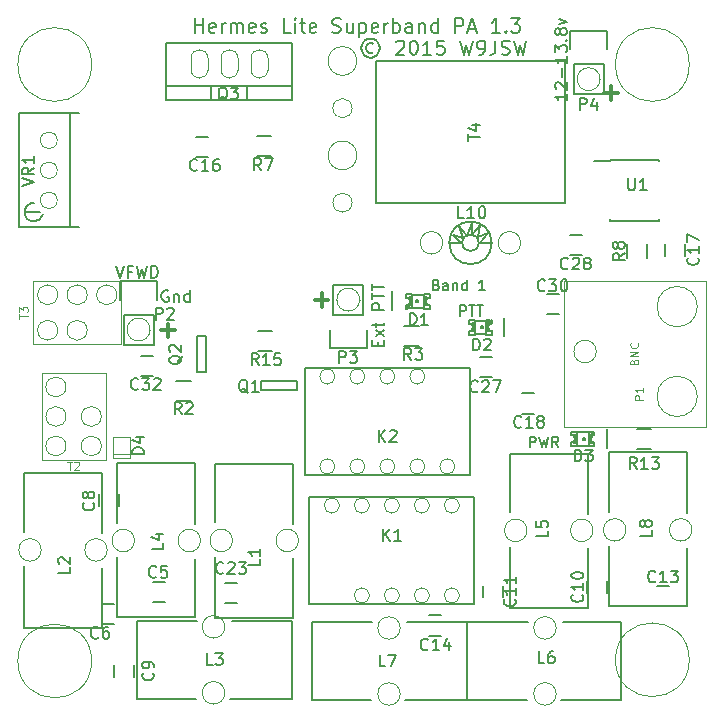
<source format=gto>
%FSLAX46Y46*%
G04 Gerber Fmt 4.6, Leading zero omitted, Abs format (unit mm)*
G04 Created by KiCad (PCBNEW (2014-10-27 BZR 5228)-product) date 16/06/2015 16:22:24*
%MOMM*%
G01*
G04 APERTURE LIST*
%ADD10C,0.100000*%
%ADD11C,0.150000*%
%ADD12C,0.300000*%
%ADD13C,0.200000*%
%ADD14C,0.152400*%
G04 APERTURE END LIST*
D10*
D11*
X148707143Y-58650000D02*
X148611905Y-58602381D01*
X148469048Y-58602381D01*
X148326190Y-58650000D01*
X148230952Y-58745238D01*
X148183333Y-58840476D01*
X148135714Y-59030952D01*
X148135714Y-59173810D01*
X148183333Y-59364286D01*
X148230952Y-59459524D01*
X148326190Y-59554762D01*
X148469048Y-59602381D01*
X148564286Y-59602381D01*
X148707143Y-59554762D01*
X148754762Y-59507143D01*
X148754762Y-59173810D01*
X148564286Y-59173810D01*
X149183333Y-58935714D02*
X149183333Y-59602381D01*
X149183333Y-59030952D02*
X149230952Y-58983333D01*
X149326190Y-58935714D01*
X149469048Y-58935714D01*
X149564286Y-58983333D01*
X149611905Y-59078571D01*
X149611905Y-59602381D01*
X150516667Y-59602381D02*
X150516667Y-58602381D01*
X150516667Y-59554762D02*
X150421429Y-59602381D01*
X150230952Y-59602381D01*
X150135714Y-59554762D01*
X150088095Y-59507143D01*
X150040476Y-59411905D01*
X150040476Y-59126190D01*
X150088095Y-59030952D01*
X150135714Y-58983333D01*
X150230952Y-58935714D01*
X150421429Y-58935714D01*
X150516667Y-58983333D01*
D12*
X148128572Y-62007143D02*
X149271429Y-62007143D01*
X148700000Y-62578571D02*
X148700000Y-61435714D01*
D13*
X167650000Y-58700000D02*
X167650000Y-60300000D01*
D12*
X162271428Y-59457143D02*
X161128571Y-59457143D01*
X161700000Y-60028571D02*
X161700000Y-58885714D01*
X186771428Y-41907143D02*
X185628571Y-41907143D01*
X186200000Y-42478571D02*
X186200000Y-41335714D01*
D14*
X171395001Y-58136500D02*
X171522001Y-58178833D01*
X171564334Y-58221167D01*
X171606668Y-58305833D01*
X171606668Y-58432833D01*
X171564334Y-58517500D01*
X171522001Y-58559833D01*
X171437334Y-58602167D01*
X171098668Y-58602167D01*
X171098668Y-57713167D01*
X171395001Y-57713167D01*
X171479668Y-57755500D01*
X171522001Y-57797833D01*
X171564334Y-57882500D01*
X171564334Y-57967167D01*
X171522001Y-58051833D01*
X171479668Y-58094167D01*
X171395001Y-58136500D01*
X171098668Y-58136500D01*
X172368668Y-58602167D02*
X172368668Y-58136500D01*
X172326334Y-58051833D01*
X172241668Y-58009500D01*
X172072334Y-58009500D01*
X171987668Y-58051833D01*
X172368668Y-58559833D02*
X172284001Y-58602167D01*
X172072334Y-58602167D01*
X171987668Y-58559833D01*
X171945334Y-58475167D01*
X171945334Y-58390500D01*
X171987668Y-58305833D01*
X172072334Y-58263500D01*
X172284001Y-58263500D01*
X172368668Y-58221167D01*
X172792001Y-58009500D02*
X172792001Y-58602167D01*
X172792001Y-58094167D02*
X172834334Y-58051833D01*
X172919001Y-58009500D01*
X173046001Y-58009500D01*
X173130667Y-58051833D01*
X173173001Y-58136500D01*
X173173001Y-58602167D01*
X173977334Y-58602167D02*
X173977334Y-57713167D01*
X173977334Y-58559833D02*
X173892667Y-58602167D01*
X173723334Y-58602167D01*
X173638667Y-58559833D01*
X173596334Y-58517500D01*
X173554000Y-58432833D01*
X173554000Y-58178833D01*
X173596334Y-58094167D01*
X173638667Y-58051833D01*
X173723334Y-58009500D01*
X173892667Y-58009500D01*
X173977334Y-58051833D01*
X175543666Y-58602167D02*
X175035666Y-58602167D01*
X175289666Y-58602167D02*
X175289666Y-57713167D01*
X175205000Y-57840167D01*
X175120333Y-57924833D01*
X175035666Y-57967167D01*
X179314667Y-71902167D02*
X179314667Y-71013167D01*
X179653333Y-71013167D01*
X179738000Y-71055500D01*
X179780333Y-71097833D01*
X179822667Y-71182500D01*
X179822667Y-71309500D01*
X179780333Y-71394167D01*
X179738000Y-71436500D01*
X179653333Y-71478833D01*
X179314667Y-71478833D01*
X180119000Y-71013167D02*
X180330667Y-71902167D01*
X180500000Y-71267167D01*
X180669333Y-71902167D01*
X180881000Y-71013167D01*
X181727667Y-71902167D02*
X181431333Y-71478833D01*
X181219667Y-71902167D02*
X181219667Y-71013167D01*
X181558333Y-71013167D01*
X181643000Y-71055500D01*
X181685333Y-71097833D01*
X181727667Y-71182500D01*
X181727667Y-71309500D01*
X181685333Y-71394167D01*
X181643000Y-71436500D01*
X181558333Y-71478833D01*
X181219667Y-71478833D01*
X173439834Y-60752167D02*
X173439834Y-59863167D01*
X173778500Y-59863167D01*
X173863167Y-59905500D01*
X173905500Y-59947833D01*
X173947834Y-60032500D01*
X173947834Y-60159500D01*
X173905500Y-60244167D01*
X173863167Y-60286500D01*
X173778500Y-60328833D01*
X173439834Y-60328833D01*
X174201834Y-59863167D02*
X174709834Y-59863167D01*
X174455834Y-60752167D02*
X174455834Y-59863167D01*
X174879167Y-59863167D02*
X175387167Y-59863167D01*
X175133167Y-60752167D02*
X175133167Y-59863167D01*
D13*
X177100000Y-62500000D02*
X177100000Y-61000000D01*
X185900000Y-70400000D02*
X185900000Y-72000000D01*
X150957144Y-36802857D02*
X150957144Y-35602857D01*
X150957144Y-36174286D02*
X151642859Y-36174286D01*
X151642859Y-36802857D02*
X151642859Y-35602857D01*
X152671430Y-36745714D02*
X152557144Y-36802857D01*
X152328573Y-36802857D01*
X152214287Y-36745714D01*
X152157144Y-36631429D01*
X152157144Y-36174286D01*
X152214287Y-36060000D01*
X152328573Y-36002857D01*
X152557144Y-36002857D01*
X152671430Y-36060000D01*
X152728573Y-36174286D01*
X152728573Y-36288571D01*
X152157144Y-36402857D01*
X153242858Y-36802857D02*
X153242858Y-36002857D01*
X153242858Y-36231429D02*
X153300001Y-36117143D01*
X153357144Y-36060000D01*
X153471430Y-36002857D01*
X153585715Y-36002857D01*
X153985715Y-36802857D02*
X153985715Y-36002857D01*
X153985715Y-36117143D02*
X154042858Y-36060000D01*
X154157144Y-36002857D01*
X154328572Y-36002857D01*
X154442858Y-36060000D01*
X154500001Y-36174286D01*
X154500001Y-36802857D01*
X154500001Y-36174286D02*
X154557144Y-36060000D01*
X154671430Y-36002857D01*
X154842858Y-36002857D01*
X154957144Y-36060000D01*
X155014287Y-36174286D01*
X155014287Y-36802857D01*
X156042858Y-36745714D02*
X155928572Y-36802857D01*
X155700001Y-36802857D01*
X155585715Y-36745714D01*
X155528572Y-36631429D01*
X155528572Y-36174286D01*
X155585715Y-36060000D01*
X155700001Y-36002857D01*
X155928572Y-36002857D01*
X156042858Y-36060000D01*
X156100001Y-36174286D01*
X156100001Y-36288571D01*
X155528572Y-36402857D01*
X156557143Y-36745714D02*
X156671429Y-36802857D01*
X156900001Y-36802857D01*
X157014286Y-36745714D01*
X157071429Y-36631429D01*
X157071429Y-36574286D01*
X157014286Y-36460000D01*
X156900001Y-36402857D01*
X156728572Y-36402857D01*
X156614286Y-36345714D01*
X156557143Y-36231429D01*
X156557143Y-36174286D01*
X156614286Y-36060000D01*
X156728572Y-36002857D01*
X156900001Y-36002857D01*
X157014286Y-36060000D01*
X159071430Y-36802857D02*
X158500001Y-36802857D01*
X158500001Y-35602857D01*
X159471430Y-36802857D02*
X159471430Y-36002857D01*
X159471430Y-35602857D02*
X159414287Y-35660000D01*
X159471430Y-35717143D01*
X159528573Y-35660000D01*
X159471430Y-35602857D01*
X159471430Y-35717143D01*
X159871431Y-36002857D02*
X160328574Y-36002857D01*
X160042859Y-35602857D02*
X160042859Y-36631429D01*
X160100002Y-36745714D01*
X160214288Y-36802857D01*
X160328574Y-36802857D01*
X161185716Y-36745714D02*
X161071430Y-36802857D01*
X160842859Y-36802857D01*
X160728573Y-36745714D01*
X160671430Y-36631429D01*
X160671430Y-36174286D01*
X160728573Y-36060000D01*
X160842859Y-36002857D01*
X161071430Y-36002857D01*
X161185716Y-36060000D01*
X161242859Y-36174286D01*
X161242859Y-36288571D01*
X160671430Y-36402857D01*
X162614287Y-36745714D02*
X162785716Y-36802857D01*
X163071430Y-36802857D01*
X163185716Y-36745714D01*
X163242859Y-36688571D01*
X163300002Y-36574286D01*
X163300002Y-36460000D01*
X163242859Y-36345714D01*
X163185716Y-36288571D01*
X163071430Y-36231429D01*
X162842859Y-36174286D01*
X162728573Y-36117143D01*
X162671430Y-36060000D01*
X162614287Y-35945714D01*
X162614287Y-35831429D01*
X162671430Y-35717143D01*
X162728573Y-35660000D01*
X162842859Y-35602857D01*
X163128573Y-35602857D01*
X163300002Y-35660000D01*
X164328573Y-36002857D02*
X164328573Y-36802857D01*
X163814287Y-36002857D02*
X163814287Y-36631429D01*
X163871430Y-36745714D01*
X163985716Y-36802857D01*
X164157144Y-36802857D01*
X164271430Y-36745714D01*
X164328573Y-36688571D01*
X164900001Y-36002857D02*
X164900001Y-37202857D01*
X164900001Y-36060000D02*
X165014287Y-36002857D01*
X165242858Y-36002857D01*
X165357144Y-36060000D01*
X165414287Y-36117143D01*
X165471430Y-36231429D01*
X165471430Y-36574286D01*
X165414287Y-36688571D01*
X165357144Y-36745714D01*
X165242858Y-36802857D01*
X165014287Y-36802857D01*
X164900001Y-36745714D01*
X166442858Y-36745714D02*
X166328572Y-36802857D01*
X166100001Y-36802857D01*
X165985715Y-36745714D01*
X165928572Y-36631429D01*
X165928572Y-36174286D01*
X165985715Y-36060000D01*
X166100001Y-36002857D01*
X166328572Y-36002857D01*
X166442858Y-36060000D01*
X166500001Y-36174286D01*
X166500001Y-36288571D01*
X165928572Y-36402857D01*
X167014286Y-36802857D02*
X167014286Y-36002857D01*
X167014286Y-36231429D02*
X167071429Y-36117143D01*
X167128572Y-36060000D01*
X167242858Y-36002857D01*
X167357143Y-36002857D01*
X167757143Y-36802857D02*
X167757143Y-35602857D01*
X167757143Y-36060000D02*
X167871429Y-36002857D01*
X168100000Y-36002857D01*
X168214286Y-36060000D01*
X168271429Y-36117143D01*
X168328572Y-36231429D01*
X168328572Y-36574286D01*
X168271429Y-36688571D01*
X168214286Y-36745714D01*
X168100000Y-36802857D01*
X167871429Y-36802857D01*
X167757143Y-36745714D01*
X169357143Y-36802857D02*
X169357143Y-36174286D01*
X169300000Y-36060000D01*
X169185714Y-36002857D01*
X168957143Y-36002857D01*
X168842857Y-36060000D01*
X169357143Y-36745714D02*
X169242857Y-36802857D01*
X168957143Y-36802857D01*
X168842857Y-36745714D01*
X168785714Y-36631429D01*
X168785714Y-36517143D01*
X168842857Y-36402857D01*
X168957143Y-36345714D01*
X169242857Y-36345714D01*
X169357143Y-36288571D01*
X169928571Y-36002857D02*
X169928571Y-36802857D01*
X169928571Y-36117143D02*
X169985714Y-36060000D01*
X170100000Y-36002857D01*
X170271428Y-36002857D01*
X170385714Y-36060000D01*
X170442857Y-36174286D01*
X170442857Y-36802857D01*
X171528571Y-36802857D02*
X171528571Y-35602857D01*
X171528571Y-36745714D02*
X171414285Y-36802857D01*
X171185714Y-36802857D01*
X171071428Y-36745714D01*
X171014285Y-36688571D01*
X170957142Y-36574286D01*
X170957142Y-36231429D01*
X171014285Y-36117143D01*
X171071428Y-36060000D01*
X171185714Y-36002857D01*
X171414285Y-36002857D01*
X171528571Y-36060000D01*
X173014285Y-36802857D02*
X173014285Y-35602857D01*
X173471428Y-35602857D01*
X173585714Y-35660000D01*
X173642857Y-35717143D01*
X173700000Y-35831429D01*
X173700000Y-36002857D01*
X173642857Y-36117143D01*
X173585714Y-36174286D01*
X173471428Y-36231429D01*
X173014285Y-36231429D01*
X174157142Y-36460000D02*
X174728571Y-36460000D01*
X174042857Y-36802857D02*
X174442857Y-35602857D01*
X174842857Y-36802857D01*
X176785714Y-36802857D02*
X176099999Y-36802857D01*
X176442857Y-36802857D02*
X176442857Y-35602857D01*
X176328571Y-35774286D01*
X176214285Y-35888571D01*
X176099999Y-35945714D01*
X177299999Y-36688571D02*
X177357142Y-36745714D01*
X177299999Y-36802857D01*
X177242856Y-36745714D01*
X177299999Y-36688571D01*
X177299999Y-36802857D01*
X177757143Y-35602857D02*
X178500000Y-35602857D01*
X178100000Y-36060000D01*
X178271428Y-36060000D01*
X178385714Y-36117143D01*
X178442857Y-36174286D01*
X178500000Y-36288571D01*
X178500000Y-36574286D01*
X178442857Y-36688571D01*
X178385714Y-36745714D01*
X178271428Y-36802857D01*
X177928571Y-36802857D01*
X177814285Y-36745714D01*
X177757143Y-36688571D01*
X166071431Y-37768571D02*
X165957145Y-37711429D01*
X165728574Y-37711429D01*
X165614288Y-37768571D01*
X165500002Y-37882857D01*
X165442859Y-37997143D01*
X165442859Y-38225714D01*
X165500002Y-38340000D01*
X165614288Y-38454286D01*
X165728574Y-38511429D01*
X165957145Y-38511429D01*
X166071431Y-38454286D01*
X165842859Y-37311429D02*
X165557145Y-37368571D01*
X165271431Y-37540000D01*
X165100002Y-37825714D01*
X165042859Y-38111429D01*
X165100002Y-38397143D01*
X165271431Y-38682857D01*
X165557145Y-38854286D01*
X165842859Y-38911429D01*
X166128574Y-38854286D01*
X166414288Y-38682857D01*
X166585717Y-38397143D01*
X166642859Y-38111429D01*
X166585717Y-37825714D01*
X166414288Y-37540000D01*
X166128574Y-37368571D01*
X165842859Y-37311429D01*
X168014288Y-37597143D02*
X168071431Y-37540000D01*
X168185717Y-37482857D01*
X168471431Y-37482857D01*
X168585717Y-37540000D01*
X168642860Y-37597143D01*
X168700003Y-37711429D01*
X168700003Y-37825714D01*
X168642860Y-37997143D01*
X167957146Y-38682857D01*
X168700003Y-38682857D01*
X169442860Y-37482857D02*
X169557145Y-37482857D01*
X169671431Y-37540000D01*
X169728574Y-37597143D01*
X169785717Y-37711429D01*
X169842860Y-37940000D01*
X169842860Y-38225714D01*
X169785717Y-38454286D01*
X169728574Y-38568571D01*
X169671431Y-38625714D01*
X169557145Y-38682857D01*
X169442860Y-38682857D01*
X169328574Y-38625714D01*
X169271431Y-38568571D01*
X169214288Y-38454286D01*
X169157145Y-38225714D01*
X169157145Y-37940000D01*
X169214288Y-37711429D01*
X169271431Y-37597143D01*
X169328574Y-37540000D01*
X169442860Y-37482857D01*
X170985717Y-38682857D02*
X170300002Y-38682857D01*
X170642860Y-38682857D02*
X170642860Y-37482857D01*
X170528574Y-37654286D01*
X170414288Y-37768571D01*
X170300002Y-37825714D01*
X172071431Y-37482857D02*
X171500002Y-37482857D01*
X171442859Y-38054286D01*
X171500002Y-37997143D01*
X171614288Y-37940000D01*
X171900002Y-37940000D01*
X172014288Y-37997143D01*
X172071431Y-38054286D01*
X172128574Y-38168571D01*
X172128574Y-38454286D01*
X172071431Y-38568571D01*
X172014288Y-38625714D01*
X171900002Y-38682857D01*
X171614288Y-38682857D01*
X171500002Y-38625714D01*
X171442859Y-38568571D01*
X173442860Y-37482857D02*
X173728574Y-38682857D01*
X173957145Y-37825714D01*
X174185717Y-38682857D01*
X174471431Y-37482857D01*
X174985717Y-38682857D02*
X175214289Y-38682857D01*
X175328574Y-38625714D01*
X175385717Y-38568571D01*
X175500003Y-38397143D01*
X175557146Y-38168571D01*
X175557146Y-37711429D01*
X175500003Y-37597143D01*
X175442860Y-37540000D01*
X175328574Y-37482857D01*
X175100003Y-37482857D01*
X174985717Y-37540000D01*
X174928574Y-37597143D01*
X174871431Y-37711429D01*
X174871431Y-37997143D01*
X174928574Y-38111429D01*
X174985717Y-38168571D01*
X175100003Y-38225714D01*
X175328574Y-38225714D01*
X175442860Y-38168571D01*
X175500003Y-38111429D01*
X175557146Y-37997143D01*
X176414288Y-37482857D02*
X176414288Y-38340000D01*
X176357146Y-38511429D01*
X176242860Y-38625714D01*
X176071431Y-38682857D01*
X175957146Y-38682857D01*
X176928574Y-38625714D02*
X177100003Y-38682857D01*
X177385717Y-38682857D01*
X177500003Y-38625714D01*
X177557146Y-38568571D01*
X177614289Y-38454286D01*
X177614289Y-38340000D01*
X177557146Y-38225714D01*
X177500003Y-38168571D01*
X177385717Y-38111429D01*
X177157146Y-38054286D01*
X177042860Y-37997143D01*
X176985717Y-37940000D01*
X176928574Y-37825714D01*
X176928574Y-37711429D01*
X176985717Y-37597143D01*
X177042860Y-37540000D01*
X177157146Y-37482857D01*
X177442860Y-37482857D01*
X177614289Y-37540000D01*
X178014289Y-37482857D02*
X178300003Y-38682857D01*
X178528574Y-37825714D01*
X178757146Y-38682857D01*
X179042860Y-37482857D01*
D11*
X147450000Y-85050000D02*
X148450000Y-85050000D01*
X148450000Y-83350000D02*
X147450000Y-83350000D01*
X144150000Y-85150000D02*
X143150000Y-85150000D01*
X143150000Y-86850000D02*
X144150000Y-86850000D01*
X142850000Y-75850000D02*
X142850000Y-76850000D01*
X144550000Y-76850000D02*
X144550000Y-75850000D01*
X145800000Y-91350000D02*
X145800000Y-90350000D01*
X144100000Y-90350000D02*
X144100000Y-91350000D01*
X184150000Y-83250000D02*
X184150000Y-84250000D01*
X185850000Y-84250000D02*
X185850000Y-83250000D01*
X177025000Y-84625000D02*
X177025000Y-83625000D01*
X175325000Y-83625000D02*
X175325000Y-84625000D01*
X191100000Y-83650000D02*
X190100000Y-83650000D01*
X190100000Y-85350000D02*
X191100000Y-85350000D01*
X151100000Y-47300000D02*
X152100000Y-47300000D01*
X152100000Y-45600000D02*
X151100000Y-45600000D01*
X192450000Y-55700000D02*
X192450000Y-54700000D01*
X190750000Y-54700000D02*
X190750000Y-55700000D01*
X160640000Y-76145000D02*
X174640000Y-76145000D01*
X174640000Y-76145000D02*
X174640000Y-85145000D01*
X174640000Y-85145000D02*
X160640000Y-85145000D01*
X160640000Y-85145000D02*
X160640000Y-76145000D01*
X174259000Y-74223000D02*
X160259000Y-74223000D01*
X160259000Y-74223000D02*
X160259000Y-65223000D01*
X160259000Y-65223000D02*
X174259000Y-65223000D01*
X174259000Y-65223000D02*
X174259000Y-74223000D01*
X152696000Y-86400000D02*
X152696000Y-81193000D01*
X152696000Y-73319000D02*
X152696000Y-78272000D01*
X159300000Y-86400000D02*
X159300000Y-81320000D01*
X159300000Y-73319000D02*
X159300000Y-78399000D01*
X159300000Y-73319000D02*
X152696000Y-73319000D01*
X152696000Y-86400000D02*
X159300000Y-86400000D01*
X136496000Y-87200000D02*
X136496000Y-81993000D01*
X136496000Y-74119000D02*
X136496000Y-79072000D01*
X143100000Y-87200000D02*
X143100000Y-82120000D01*
X143100000Y-74119000D02*
X143100000Y-79199000D01*
X143100000Y-74119000D02*
X136496000Y-74119000D01*
X136496000Y-87200000D02*
X143100000Y-87200000D01*
X159150000Y-93204000D02*
X153943000Y-93204000D01*
X146069000Y-93204000D02*
X151022000Y-93204000D01*
X159150000Y-86600000D02*
X154070000Y-86600000D01*
X146069000Y-86600000D02*
X151149000Y-86600000D01*
X146069000Y-86600000D02*
X146069000Y-93204000D01*
X159150000Y-93204000D02*
X159150000Y-86600000D01*
X151004000Y-73200000D02*
X151004000Y-78407000D01*
X151004000Y-86281000D02*
X151004000Y-81328000D01*
X144400000Y-73200000D02*
X144400000Y-78280000D01*
X144400000Y-86281000D02*
X144400000Y-81201000D01*
X144400000Y-86281000D02*
X151004000Y-86281000D01*
X151004000Y-73200000D02*
X144400000Y-73200000D01*
X177621000Y-85550000D02*
X177621000Y-80343000D01*
X177621000Y-72469000D02*
X177621000Y-77422000D01*
X184225000Y-85550000D02*
X184225000Y-80470000D01*
X184225000Y-72469000D02*
X184225000Y-77549000D01*
X184225000Y-72469000D02*
X177621000Y-72469000D01*
X177621000Y-85550000D02*
X184225000Y-85550000D01*
X174000000Y-86696000D02*
X179207000Y-86696000D01*
X187081000Y-86696000D02*
X182128000Y-86696000D01*
X174000000Y-93300000D02*
X179080000Y-93300000D01*
X187081000Y-93300000D02*
X182001000Y-93300000D01*
X187081000Y-93300000D02*
X187081000Y-86696000D01*
X174000000Y-86696000D02*
X174000000Y-93300000D01*
X174000000Y-93304000D02*
X168793000Y-93304000D01*
X160919000Y-93304000D02*
X165872000Y-93304000D01*
X174000000Y-86700000D02*
X168920000Y-86700000D01*
X160919000Y-86700000D02*
X165999000Y-86700000D01*
X160919000Y-86700000D02*
X160919000Y-93304000D01*
X174000000Y-93304000D02*
X174000000Y-86700000D01*
X192604000Y-72300000D02*
X192604000Y-77507000D01*
X192604000Y-85381000D02*
X192604000Y-80428000D01*
X186000000Y-72300000D02*
X186000000Y-77380000D01*
X186000000Y-85381000D02*
X186000000Y-80301000D01*
X186000000Y-85381000D02*
X192604000Y-85381000D01*
X192604000Y-72300000D02*
X186000000Y-72300000D01*
D10*
X191800000Y-70200000D02*
X182200000Y-70200000D01*
X182200000Y-70200000D02*
X182200000Y-57800000D01*
X182200000Y-57800000D02*
X194200000Y-57800000D01*
X194200000Y-57800000D02*
X194200000Y-70200000D01*
X194200000Y-70200000D02*
X191800000Y-70200000D01*
X143400000Y-65600000D02*
X143400000Y-73000000D01*
X143400000Y-73000000D02*
X138000000Y-73000000D01*
X138000000Y-73000000D02*
X138000000Y-65600000D01*
X138000000Y-65600000D02*
X143400000Y-65600000D01*
X144700000Y-63200000D02*
X137300000Y-63200000D01*
X137300000Y-63200000D02*
X137300000Y-57800000D01*
X137300000Y-57800000D02*
X144700000Y-57800000D01*
X144700000Y-57800000D02*
X144700000Y-63200000D01*
D11*
X166261700Y-39199300D02*
X182261700Y-39199300D01*
X182261700Y-39199300D02*
X182261700Y-51199300D01*
X182261700Y-51199300D02*
X166261700Y-51199300D01*
X166261700Y-51199300D02*
X166261700Y-39199300D01*
X186126300Y-47564600D02*
X186126300Y-47709600D01*
X190276300Y-47564600D02*
X190276300Y-47709600D01*
X190276300Y-52714600D02*
X190276300Y-52569600D01*
X186126300Y-52714600D02*
X186126300Y-52569600D01*
X186126300Y-47564600D02*
X190276300Y-47564600D01*
X186126300Y-52714600D02*
X190276300Y-52714600D01*
X186126300Y-47709600D02*
X184726300Y-47709600D01*
X136568000Y-52016000D02*
X137838000Y-52016000D01*
X137317300Y-51228600D02*
X137063300Y-51266700D01*
X137063300Y-51266700D02*
X136783900Y-51444500D01*
X136783900Y-51444500D02*
X136568000Y-51762000D01*
X136568000Y-51762000D02*
X136555300Y-52206500D01*
X136555300Y-52206500D02*
X136758500Y-52562100D01*
X136758500Y-52562100D02*
X137050600Y-52739900D01*
X137050600Y-52739900D02*
X137368100Y-52790700D01*
X137368100Y-52790700D02*
X137774500Y-52689100D01*
X137774500Y-52689100D02*
X138028500Y-52346200D01*
X138028500Y-52346200D02*
X138117400Y-52168400D01*
X140378000Y-43634000D02*
X140378000Y-53286000D01*
X137330000Y-53286000D02*
X136060000Y-53286000D01*
X136060000Y-53286000D02*
X136060000Y-43634000D01*
X136060000Y-43634000D02*
X141140000Y-43634000D01*
X141140000Y-53286000D02*
X138600000Y-53286000D01*
X138600000Y-53286000D02*
X137330000Y-53286000D01*
X155417520Y-42499280D02*
X155417520Y-41356280D01*
X152369520Y-42499280D02*
X152369520Y-41356280D01*
X148559520Y-41356280D02*
X148559520Y-37673280D01*
X148559520Y-37673280D02*
X159227520Y-37673280D01*
X159227520Y-37673280D02*
X159227520Y-41356280D01*
X148559520Y-42499280D02*
X148559520Y-41356280D01*
X148559520Y-41356280D02*
X159227520Y-41356280D01*
X159227520Y-41356280D02*
X159227520Y-42499280D01*
X153893520Y-42499280D02*
X159227520Y-42499280D01*
X153893520Y-42499280D02*
X148559520Y-42499280D01*
X182700000Y-55650000D02*
X183700000Y-55650000D01*
X183700000Y-53950000D02*
X182700000Y-53950000D01*
X176100860Y-54600000D02*
X175100100Y-54600000D01*
X175100100Y-54600000D02*
X175801140Y-53799900D01*
X175801140Y-53799900D02*
X174899440Y-54099620D01*
X174899440Y-54099620D02*
X175100100Y-53098860D01*
X175100100Y-53098860D02*
X174399060Y-53898960D01*
X174399060Y-53898960D02*
X174399060Y-52900740D01*
X174399060Y-52900740D02*
X174000280Y-54000560D01*
X174000280Y-54000560D02*
X173299240Y-53200460D01*
X173299240Y-53200460D02*
X173700560Y-54201220D01*
X173700560Y-54201220D02*
X172798860Y-53898960D01*
X172798860Y-53898960D02*
X173499900Y-54600000D01*
X173499900Y-54600000D02*
X172600740Y-54600000D01*
X175001040Y-54600000D02*
G75*
G03X175001040Y-54600000I-701040J0D01*
G01*
X176100860Y-54600000D02*
G75*
G03X176100860Y-54600000I-1800860J0D01*
G01*
X171800000Y-86150000D02*
X170800000Y-86150000D01*
X170800000Y-87850000D02*
X171800000Y-87850000D01*
X156250000Y-45525000D02*
X157450000Y-45525000D01*
X157450000Y-47275000D02*
X156250000Y-47275000D01*
X187525000Y-55900000D02*
X187525000Y-54700000D01*
X189275000Y-54700000D02*
X189275000Y-55900000D01*
X180800000Y-60650000D02*
X181800000Y-60650000D01*
X181800000Y-58950000D02*
X180800000Y-58950000D01*
X149400000Y-66275000D02*
X150600000Y-66275000D01*
X150600000Y-68025000D02*
X149400000Y-68025000D01*
X169352160Y-59250280D02*
X169352160Y-58925160D01*
X169352160Y-58925160D02*
X168851780Y-58925160D01*
X168851780Y-59250280D02*
X168851780Y-58925160D01*
X169352160Y-59250280D02*
X168851780Y-59250280D01*
X169352160Y-59872580D02*
X169352160Y-59722720D01*
X169352160Y-59722720D02*
X169100700Y-59722720D01*
X169100700Y-59872580D02*
X169100700Y-59722720D01*
X169352160Y-59872580D02*
X169100700Y-59872580D01*
X169352160Y-59377280D02*
X169352160Y-59227420D01*
X169352160Y-59227420D02*
X169100700Y-59227420D01*
X169100700Y-59377280D02*
X169100700Y-59227420D01*
X169352160Y-59377280D02*
X169100700Y-59377280D01*
X169352160Y-59748120D02*
X169352160Y-59351880D01*
X169352160Y-59351880D02*
X169176900Y-59351880D01*
X169176900Y-59748120D02*
X169176900Y-59351880D01*
X169352160Y-59748120D02*
X169176900Y-59748120D01*
X170848220Y-59250280D02*
X170848220Y-58925160D01*
X170848220Y-58925160D02*
X170347840Y-58925160D01*
X170347840Y-59250280D02*
X170347840Y-58925160D01*
X170848220Y-59250280D02*
X170347840Y-59250280D01*
X170848220Y-60174840D02*
X170848220Y-59849720D01*
X170848220Y-59849720D02*
X170347840Y-59849720D01*
X170347840Y-60174840D02*
X170347840Y-59849720D01*
X170848220Y-60174840D02*
X170347840Y-60174840D01*
X170599300Y-59377280D02*
X170599300Y-59227420D01*
X170599300Y-59227420D02*
X170347840Y-59227420D01*
X170347840Y-59377280D02*
X170347840Y-59227420D01*
X170599300Y-59377280D02*
X170347840Y-59377280D01*
X170599300Y-59872580D02*
X170599300Y-59722720D01*
X170599300Y-59722720D02*
X170347840Y-59722720D01*
X170347840Y-59872580D02*
X170347840Y-59722720D01*
X170599300Y-59872580D02*
X170347840Y-59872580D01*
X170523100Y-59748120D02*
X170523100Y-59351880D01*
X170523100Y-59351880D02*
X170347840Y-59351880D01*
X170347840Y-59748120D02*
X170347840Y-59351880D01*
X170523100Y-59748120D02*
X170347840Y-59748120D01*
X169850000Y-59649060D02*
X169850000Y-59450940D01*
X169850000Y-59450940D02*
X169651880Y-59450940D01*
X169651880Y-59649060D02*
X169651880Y-59450940D01*
X169850000Y-59649060D02*
X169651880Y-59649060D01*
X169352160Y-60149440D02*
X169352160Y-59849720D01*
X169352160Y-59849720D02*
X169052440Y-59849720D01*
X169052440Y-60149440D02*
X169052440Y-59849720D01*
X169352160Y-60149440D02*
X169052440Y-60149440D01*
X168925440Y-60174840D02*
X168925440Y-59948780D01*
X168925440Y-59948780D02*
X168851780Y-59948780D01*
X168851780Y-60174840D02*
X168851780Y-59948780D01*
X168925440Y-60174840D02*
X168851780Y-60174840D01*
X169326760Y-58975960D02*
X170373240Y-58975960D01*
X170347840Y-60124040D02*
X168925440Y-60124040D01*
X169073482Y-59999580D02*
G75*
G03X169073482Y-59999580I-71842J0D01*
G01*
X168851780Y-59897980D02*
G75*
G03X168851780Y-59202020I0J347980D01*
G01*
X170848220Y-59202020D02*
G75*
G03X170848220Y-59897980I0J-347980D01*
G01*
X175647840Y-62049720D02*
X175647840Y-62374840D01*
X175647840Y-62374840D02*
X176148220Y-62374840D01*
X176148220Y-62049720D02*
X176148220Y-62374840D01*
X175647840Y-62049720D02*
X176148220Y-62049720D01*
X175647840Y-61427420D02*
X175647840Y-61577280D01*
X175647840Y-61577280D02*
X175899300Y-61577280D01*
X175899300Y-61427420D02*
X175899300Y-61577280D01*
X175647840Y-61427420D02*
X175899300Y-61427420D01*
X175647840Y-61922720D02*
X175647840Y-62072580D01*
X175647840Y-62072580D02*
X175899300Y-62072580D01*
X175899300Y-61922720D02*
X175899300Y-62072580D01*
X175647840Y-61922720D02*
X175899300Y-61922720D01*
X175647840Y-61551880D02*
X175647840Y-61948120D01*
X175647840Y-61948120D02*
X175823100Y-61948120D01*
X175823100Y-61551880D02*
X175823100Y-61948120D01*
X175647840Y-61551880D02*
X175823100Y-61551880D01*
X174151780Y-62049720D02*
X174151780Y-62374840D01*
X174151780Y-62374840D02*
X174652160Y-62374840D01*
X174652160Y-62049720D02*
X174652160Y-62374840D01*
X174151780Y-62049720D02*
X174652160Y-62049720D01*
X174151780Y-61125160D02*
X174151780Y-61450280D01*
X174151780Y-61450280D02*
X174652160Y-61450280D01*
X174652160Y-61125160D02*
X174652160Y-61450280D01*
X174151780Y-61125160D02*
X174652160Y-61125160D01*
X174400700Y-61922720D02*
X174400700Y-62072580D01*
X174400700Y-62072580D02*
X174652160Y-62072580D01*
X174652160Y-61922720D02*
X174652160Y-62072580D01*
X174400700Y-61922720D02*
X174652160Y-61922720D01*
X174400700Y-61427420D02*
X174400700Y-61577280D01*
X174400700Y-61577280D02*
X174652160Y-61577280D01*
X174652160Y-61427420D02*
X174652160Y-61577280D01*
X174400700Y-61427420D02*
X174652160Y-61427420D01*
X174476900Y-61551880D02*
X174476900Y-61948120D01*
X174476900Y-61948120D02*
X174652160Y-61948120D01*
X174652160Y-61551880D02*
X174652160Y-61948120D01*
X174476900Y-61551880D02*
X174652160Y-61551880D01*
X175150000Y-61650940D02*
X175150000Y-61849060D01*
X175150000Y-61849060D02*
X175348120Y-61849060D01*
X175348120Y-61650940D02*
X175348120Y-61849060D01*
X175150000Y-61650940D02*
X175348120Y-61650940D01*
X175647840Y-61150560D02*
X175647840Y-61450280D01*
X175647840Y-61450280D02*
X175947560Y-61450280D01*
X175947560Y-61150560D02*
X175947560Y-61450280D01*
X175647840Y-61150560D02*
X175947560Y-61150560D01*
X176074560Y-61125160D02*
X176074560Y-61351220D01*
X176074560Y-61351220D02*
X176148220Y-61351220D01*
X176148220Y-61125160D02*
X176148220Y-61351220D01*
X176074560Y-61125160D02*
X176148220Y-61125160D01*
X175673240Y-62324040D02*
X174626760Y-62324040D01*
X174652160Y-61175960D02*
X176074560Y-61175960D01*
X176070202Y-61300420D02*
G75*
G03X176070202Y-61300420I-71842J0D01*
G01*
X176148220Y-61402020D02*
G75*
G03X176148220Y-62097980I0J-347980D01*
G01*
X174151780Y-62097980D02*
G75*
G03X174151780Y-61402020I0J347980D01*
G01*
X184297840Y-71499720D02*
X184297840Y-71824840D01*
X184297840Y-71824840D02*
X184798220Y-71824840D01*
X184798220Y-71499720D02*
X184798220Y-71824840D01*
X184297840Y-71499720D02*
X184798220Y-71499720D01*
X184297840Y-70877420D02*
X184297840Y-71027280D01*
X184297840Y-71027280D02*
X184549300Y-71027280D01*
X184549300Y-70877420D02*
X184549300Y-71027280D01*
X184297840Y-70877420D02*
X184549300Y-70877420D01*
X184297840Y-71372720D02*
X184297840Y-71522580D01*
X184297840Y-71522580D02*
X184549300Y-71522580D01*
X184549300Y-71372720D02*
X184549300Y-71522580D01*
X184297840Y-71372720D02*
X184549300Y-71372720D01*
X184297840Y-71001880D02*
X184297840Y-71398120D01*
X184297840Y-71398120D02*
X184473100Y-71398120D01*
X184473100Y-71001880D02*
X184473100Y-71398120D01*
X184297840Y-71001880D02*
X184473100Y-71001880D01*
X182801780Y-71499720D02*
X182801780Y-71824840D01*
X182801780Y-71824840D02*
X183302160Y-71824840D01*
X183302160Y-71499720D02*
X183302160Y-71824840D01*
X182801780Y-71499720D02*
X183302160Y-71499720D01*
X182801780Y-70575160D02*
X182801780Y-70900280D01*
X182801780Y-70900280D02*
X183302160Y-70900280D01*
X183302160Y-70575160D02*
X183302160Y-70900280D01*
X182801780Y-70575160D02*
X183302160Y-70575160D01*
X183050700Y-71372720D02*
X183050700Y-71522580D01*
X183050700Y-71522580D02*
X183302160Y-71522580D01*
X183302160Y-71372720D02*
X183302160Y-71522580D01*
X183050700Y-71372720D02*
X183302160Y-71372720D01*
X183050700Y-70877420D02*
X183050700Y-71027280D01*
X183050700Y-71027280D02*
X183302160Y-71027280D01*
X183302160Y-70877420D02*
X183302160Y-71027280D01*
X183050700Y-70877420D02*
X183302160Y-70877420D01*
X183126900Y-71001880D02*
X183126900Y-71398120D01*
X183126900Y-71398120D02*
X183302160Y-71398120D01*
X183302160Y-71001880D02*
X183302160Y-71398120D01*
X183126900Y-71001880D02*
X183302160Y-71001880D01*
X183800000Y-71100940D02*
X183800000Y-71299060D01*
X183800000Y-71299060D02*
X183998120Y-71299060D01*
X183998120Y-71100940D02*
X183998120Y-71299060D01*
X183800000Y-71100940D02*
X183998120Y-71100940D01*
X184297840Y-70600560D02*
X184297840Y-70900280D01*
X184297840Y-70900280D02*
X184597560Y-70900280D01*
X184597560Y-70600560D02*
X184597560Y-70900280D01*
X184297840Y-70600560D02*
X184597560Y-70600560D01*
X184724560Y-70575160D02*
X184724560Y-70801220D01*
X184724560Y-70801220D02*
X184798220Y-70801220D01*
X184798220Y-70575160D02*
X184798220Y-70801220D01*
X184724560Y-70575160D02*
X184798220Y-70575160D01*
X184323240Y-71774040D02*
X183276760Y-71774040D01*
X183302160Y-70625960D02*
X184724560Y-70625960D01*
X184720202Y-70750420D02*
G75*
G03X184720202Y-70750420I-71842J0D01*
G01*
X184798220Y-70852020D02*
G75*
G03X184798220Y-71547980I0J-347980D01*
G01*
X182801780Y-71547980D02*
G75*
G03X182801780Y-70852020I0J347980D01*
G01*
X169900000Y-63375000D02*
X168700000Y-63375000D01*
X168700000Y-61625000D02*
X169900000Y-61625000D01*
X188400000Y-70325000D02*
X189600000Y-70325000D01*
X189600000Y-72075000D02*
X188400000Y-72075000D01*
X162680000Y-60680000D02*
X162680000Y-58140000D01*
X162400000Y-63500000D02*
X162400000Y-61950000D01*
X162680000Y-60680000D02*
X165220000Y-60680000D01*
X165500000Y-61950000D02*
X165500000Y-63500000D01*
X165500000Y-63500000D02*
X162400000Y-63500000D01*
X165220000Y-60680000D02*
X165220000Y-58140000D01*
X165220000Y-58140000D02*
X162680000Y-58140000D01*
X185570000Y-39470000D02*
X185570000Y-42010000D01*
X185850000Y-36650000D02*
X185850000Y-38200000D01*
X185570000Y-39470000D02*
X183030000Y-39470000D01*
X182750000Y-38200000D02*
X182750000Y-36650000D01*
X182750000Y-36650000D02*
X185850000Y-36650000D01*
X183030000Y-39470000D02*
X183030000Y-42010000D01*
X183030000Y-42010000D02*
X185570000Y-42010000D01*
X156576000Y-66319000D02*
X159624000Y-66319000D01*
X159624000Y-66319000D02*
X159624000Y-67081000D01*
X159624000Y-67081000D02*
X156576000Y-67081000D01*
X156576000Y-67081000D02*
X156576000Y-66319000D01*
X151119000Y-65574000D02*
X151119000Y-62526000D01*
X151119000Y-62526000D02*
X151881000Y-62526000D01*
X151881000Y-62526000D02*
X151881000Y-65574000D01*
X151881000Y-65574000D02*
X151119000Y-65574000D01*
X156300000Y-62025000D02*
X157500000Y-62025000D01*
X157500000Y-63775000D02*
X156300000Y-63775000D01*
D10*
X145451040Y-72450380D02*
X144048960Y-72450380D01*
X145451040Y-72849160D02*
X145451040Y-71050840D01*
X145451040Y-71050840D02*
X144048960Y-71050840D01*
X144048960Y-71050840D02*
X144048960Y-72849160D01*
X144048960Y-72849160D02*
X145451040Y-72849160D01*
D11*
X179700000Y-67350000D02*
X178700000Y-67350000D01*
X178700000Y-69050000D02*
X179700000Y-69050000D01*
X154525000Y-83425000D02*
X153525000Y-83425000D01*
X153525000Y-85125000D02*
X154525000Y-85125000D01*
X176100000Y-64300000D02*
X175100000Y-64300000D01*
X175100000Y-66000000D02*
X176100000Y-66000000D01*
X147470000Y-60670000D02*
X147470000Y-63210000D01*
X147750000Y-57850000D02*
X147750000Y-59400000D01*
X147470000Y-60670000D02*
X144930000Y-60670000D01*
X144650000Y-59400000D02*
X144650000Y-57850000D01*
X144650000Y-57850000D02*
X147750000Y-57850000D01*
X144930000Y-60670000D02*
X144930000Y-63210000D01*
X144930000Y-63210000D02*
X147470000Y-63210000D01*
X146400000Y-65850000D02*
X147400000Y-65850000D01*
X147400000Y-64150000D02*
X146400000Y-64150000D01*
D10*
X165748500Y-84455000D02*
G75*
G03X165748500Y-84455000I-648500J0D01*
G01*
X168288500Y-84455000D02*
G75*
G03X168288500Y-84455000I-648500J0D01*
G01*
X170828500Y-84455000D02*
G75*
G03X170828500Y-84455000I-648500J0D01*
G01*
X173368500Y-84455000D02*
G75*
G03X173368500Y-84455000I-648500J0D01*
G01*
X173368500Y-76835000D02*
G75*
G03X173368500Y-76835000I-648500J0D01*
G01*
X170828500Y-76835000D02*
G75*
G03X170828500Y-76835000I-648500J0D01*
G01*
X168288500Y-76835000D02*
G75*
G03X168288500Y-76835000I-648500J0D01*
G01*
X165748500Y-76835000D02*
G75*
G03X165748500Y-76835000I-648500J0D01*
G01*
X163208500Y-76835000D02*
G75*
G03X163208500Y-76835000I-648500J0D01*
G01*
X170447500Y-65913000D02*
G75*
G03X170447500Y-65913000I-648500J0D01*
G01*
X167907500Y-65913000D02*
G75*
G03X167907500Y-65913000I-648500J0D01*
G01*
X165367500Y-65913000D02*
G75*
G03X165367500Y-65913000I-648500J0D01*
G01*
X162827500Y-65913000D02*
G75*
G03X162827500Y-65913000I-648500J0D01*
G01*
X162827500Y-73533000D02*
G75*
G03X162827500Y-73533000I-648500J0D01*
G01*
X165367500Y-73533000D02*
G75*
G03X165367500Y-73533000I-648500J0D01*
G01*
X167907500Y-73533000D02*
G75*
G03X167907500Y-73533000I-648500J0D01*
G01*
X170447500Y-73533000D02*
G75*
G03X170447500Y-73533000I-648500J0D01*
G01*
X172987500Y-73533000D02*
G75*
G03X172987500Y-73533000I-648500J0D01*
G01*
X159741490Y-79796000D02*
G75*
G03X159741490Y-79796000I-949490J0D01*
G01*
X154153490Y-79796000D02*
G75*
G03X154153490Y-79796000I-949490J0D01*
G01*
X143541490Y-80596000D02*
G75*
G03X143541490Y-80596000I-949490J0D01*
G01*
X137953490Y-80596000D02*
G75*
G03X137953490Y-80596000I-949490J0D01*
G01*
X153495490Y-87108000D02*
G75*
G03X153495490Y-87108000I-949490J0D01*
G01*
X153495490Y-92696000D02*
G75*
G03X153495490Y-92696000I-949490J0D01*
G01*
X145857490Y-79804000D02*
G75*
G03X145857490Y-79804000I-949490J0D01*
G01*
X151445490Y-79804000D02*
G75*
G03X151445490Y-79804000I-949490J0D01*
G01*
X184666490Y-78946000D02*
G75*
G03X184666490Y-78946000I-949490J0D01*
G01*
X179078490Y-78946000D02*
G75*
G03X179078490Y-78946000I-949490J0D01*
G01*
X181553490Y-92792000D02*
G75*
G03X181553490Y-92792000I-949490J0D01*
G01*
X181553490Y-87204000D02*
G75*
G03X181553490Y-87204000I-949490J0D01*
G01*
X168345490Y-87208000D02*
G75*
G03X168345490Y-87208000I-949490J0D01*
G01*
X168345490Y-92796000D02*
G75*
G03X168345490Y-92796000I-949490J0D01*
G01*
X187457490Y-78904000D02*
G75*
G03X187457490Y-78904000I-949490J0D01*
G01*
X193045490Y-78904000D02*
G75*
G03X193045490Y-78904000I-949490J0D01*
G01*
X193500000Y-67600000D02*
G75*
G03X193500000Y-67600000I-1700000J0D01*
G01*
X193500000Y-60000000D02*
G75*
G03X193500000Y-60000000I-1700000J0D01*
G01*
X184950000Y-63800000D02*
G75*
G03X184950000Y-63800000I-950000J0D01*
G01*
X143050000Y-69300000D02*
G75*
G03X143050000Y-69300000I-850000J0D01*
G01*
X140050000Y-66800000D02*
G75*
G03X140050000Y-66800000I-850000J0D01*
G01*
X143050000Y-71800000D02*
G75*
G03X143050000Y-71800000I-850000J0D01*
G01*
X140050000Y-71800000D02*
G75*
G03X140050000Y-71800000I-850000J0D01*
G01*
X140050000Y-69300000D02*
G75*
G03X140050000Y-69300000I-850000J0D01*
G01*
X141850000Y-62000000D02*
G75*
G03X141850000Y-62000000I-850000J0D01*
G01*
X144350000Y-59000000D02*
G75*
G03X144350000Y-59000000I-850000J0D01*
G01*
X139350000Y-62000000D02*
G75*
G03X139350000Y-62000000I-850000J0D01*
G01*
X139350000Y-59000000D02*
G75*
G03X139350000Y-59000000I-850000J0D01*
G01*
X141850000Y-59000000D02*
G75*
G03X141850000Y-59000000I-850000J0D01*
G01*
X164681700Y-39199300D02*
G75*
G03X164681700Y-39199300I-1220000J0D01*
G01*
X164275300Y-43199300D02*
G75*
G03X164275300Y-43199300I-813600J0D01*
G01*
X164681700Y-47199300D02*
G75*
G03X164681700Y-47199300I-1220000J0D01*
G01*
X164275300Y-51199300D02*
G75*
G03X164275300Y-51199300I-813600J0D01*
G01*
X139312000Y-48460000D02*
G75*
G03X139312000Y-48460000I-712000J0D01*
G01*
X139312000Y-45920000D02*
G75*
G03X139312000Y-45920000I-712000J0D01*
G01*
X139312000Y-51000000D02*
G75*
G03X139312000Y-51000000I-712000J0D01*
G01*
X153192950Y-38952170D02*
X153192950Y-39950390D01*
X154594090Y-38952170D02*
X154594090Y-39950390D01*
X153192950Y-39950390D02*
G75*
G03X154594090Y-39950390I700570J0D01*
G01*
X154594090Y-38952170D02*
G75*
G03X153192950Y-38952170I-700570J0D01*
G01*
X155732950Y-38952170D02*
X155732950Y-39950390D01*
X157134090Y-38952170D02*
X157134090Y-39950390D01*
X155732950Y-39950390D02*
G75*
G03X157134090Y-39950390I700570J0D01*
G01*
X157134090Y-38952170D02*
G75*
G03X155732950Y-38952170I-700570J0D01*
G01*
X150652950Y-38952170D02*
X150652950Y-39950390D01*
X152054090Y-38952170D02*
X152054090Y-39950390D01*
X150652950Y-39950390D02*
G75*
G03X152054090Y-39950390I700570J0D01*
G01*
X152054090Y-38952170D02*
G75*
G03X150652950Y-38952170I-700570J0D01*
G01*
X178548950Y-54600000D02*
G75*
G03X178548950Y-54600000I-949490J0D01*
G01*
X171950030Y-54600000D02*
G75*
G03X171950030Y-54600000I-949490J0D01*
G01*
X192825000Y-39500000D02*
G75*
G03X192825000Y-39500000I-3125000J0D01*
G01*
X142225000Y-39500000D02*
G75*
G03X142225000Y-39500000I-3125000J0D01*
G01*
X192825000Y-89900000D02*
G75*
G03X192825000Y-89900000I-3125000J0D01*
G01*
X142225000Y-90000000D02*
G75*
G03X142225000Y-90000000I-3125000J0D01*
G01*
X164916000Y-59410000D02*
X164916000Y-59410000D01*
X162984000Y-59410000D02*
X162984000Y-59410000D01*
X164916000Y-59410000D02*
G75*
G03X162984000Y-59410000I-966000J0D01*
G01*
X162984000Y-59410000D02*
G75*
G03X164916000Y-59410000I966000J0D01*
G01*
X183334000Y-40740000D02*
X183334000Y-40740000D01*
X185266000Y-40740000D02*
X185266000Y-40740000D01*
X183334000Y-40740000D02*
G75*
G03X185266000Y-40740000I966000J0D01*
G01*
X185266000Y-40740000D02*
G75*
G03X183334000Y-40740000I-966000J0D01*
G01*
X145234000Y-61940000D02*
X145234000Y-61940000D01*
X147166000Y-61940000D02*
X147166000Y-61940000D01*
X145234000Y-61940000D02*
G75*
G03X147166000Y-61940000I966000J0D01*
G01*
X147166000Y-61940000D02*
G75*
G03X145234000Y-61940000I-966000J0D01*
G01*
D11*
X147683334Y-82857143D02*
X147635715Y-82904762D01*
X147492858Y-82952381D01*
X147397620Y-82952381D01*
X147254762Y-82904762D01*
X147159524Y-82809524D01*
X147111905Y-82714286D01*
X147064286Y-82523810D01*
X147064286Y-82380952D01*
X147111905Y-82190476D01*
X147159524Y-82095238D01*
X147254762Y-82000000D01*
X147397620Y-81952381D01*
X147492858Y-81952381D01*
X147635715Y-82000000D01*
X147683334Y-82047619D01*
X148588096Y-81952381D02*
X148111905Y-81952381D01*
X148064286Y-82428571D01*
X148111905Y-82380952D01*
X148207143Y-82333333D01*
X148445239Y-82333333D01*
X148540477Y-82380952D01*
X148588096Y-82428571D01*
X148635715Y-82523810D01*
X148635715Y-82761905D01*
X148588096Y-82857143D01*
X148540477Y-82904762D01*
X148445239Y-82952381D01*
X148207143Y-82952381D01*
X148111905Y-82904762D01*
X148064286Y-82857143D01*
X142783334Y-88007143D02*
X142735715Y-88054762D01*
X142592858Y-88102381D01*
X142497620Y-88102381D01*
X142354762Y-88054762D01*
X142259524Y-87959524D01*
X142211905Y-87864286D01*
X142164286Y-87673810D01*
X142164286Y-87530952D01*
X142211905Y-87340476D01*
X142259524Y-87245238D01*
X142354762Y-87150000D01*
X142497620Y-87102381D01*
X142592858Y-87102381D01*
X142735715Y-87150000D01*
X142783334Y-87197619D01*
X143640477Y-87102381D02*
X143450000Y-87102381D01*
X143354762Y-87150000D01*
X143307143Y-87197619D01*
X143211905Y-87340476D01*
X143164286Y-87530952D01*
X143164286Y-87911905D01*
X143211905Y-88007143D01*
X143259524Y-88054762D01*
X143354762Y-88102381D01*
X143545239Y-88102381D01*
X143640477Y-88054762D01*
X143688096Y-88007143D01*
X143735715Y-87911905D01*
X143735715Y-87673810D01*
X143688096Y-87578571D01*
X143640477Y-87530952D01*
X143545239Y-87483333D01*
X143354762Y-87483333D01*
X143259524Y-87530952D01*
X143211905Y-87578571D01*
X143164286Y-87673810D01*
X142357143Y-76616666D02*
X142404762Y-76664285D01*
X142452381Y-76807142D01*
X142452381Y-76902380D01*
X142404762Y-77045238D01*
X142309524Y-77140476D01*
X142214286Y-77188095D01*
X142023810Y-77235714D01*
X141880952Y-77235714D01*
X141690476Y-77188095D01*
X141595238Y-77140476D01*
X141500000Y-77045238D01*
X141452381Y-76902380D01*
X141452381Y-76807142D01*
X141500000Y-76664285D01*
X141547619Y-76616666D01*
X141880952Y-76045238D02*
X141833333Y-76140476D01*
X141785714Y-76188095D01*
X141690476Y-76235714D01*
X141642857Y-76235714D01*
X141547619Y-76188095D01*
X141500000Y-76140476D01*
X141452381Y-76045238D01*
X141452381Y-75854761D01*
X141500000Y-75759523D01*
X141547619Y-75711904D01*
X141642857Y-75664285D01*
X141690476Y-75664285D01*
X141785714Y-75711904D01*
X141833333Y-75759523D01*
X141880952Y-75854761D01*
X141880952Y-76045238D01*
X141928571Y-76140476D01*
X141976190Y-76188095D01*
X142071429Y-76235714D01*
X142261905Y-76235714D01*
X142357143Y-76188095D01*
X142404762Y-76140476D01*
X142452381Y-76045238D01*
X142452381Y-75854761D01*
X142404762Y-75759523D01*
X142357143Y-75711904D01*
X142261905Y-75664285D01*
X142071429Y-75664285D01*
X141976190Y-75711904D01*
X141928571Y-75759523D01*
X141880952Y-75854761D01*
X147407143Y-91016666D02*
X147454762Y-91064285D01*
X147502381Y-91207142D01*
X147502381Y-91302380D01*
X147454762Y-91445238D01*
X147359524Y-91540476D01*
X147264286Y-91588095D01*
X147073810Y-91635714D01*
X146930952Y-91635714D01*
X146740476Y-91588095D01*
X146645238Y-91540476D01*
X146550000Y-91445238D01*
X146502381Y-91302380D01*
X146502381Y-91207142D01*
X146550000Y-91064285D01*
X146597619Y-91016666D01*
X147502381Y-90540476D02*
X147502381Y-90350000D01*
X147454762Y-90254761D01*
X147407143Y-90207142D01*
X147264286Y-90111904D01*
X147073810Y-90064285D01*
X146692857Y-90064285D01*
X146597619Y-90111904D01*
X146550000Y-90159523D01*
X146502381Y-90254761D01*
X146502381Y-90445238D01*
X146550000Y-90540476D01*
X146597619Y-90588095D01*
X146692857Y-90635714D01*
X146930952Y-90635714D01*
X147026190Y-90588095D01*
X147073810Y-90540476D01*
X147121429Y-90445238D01*
X147121429Y-90254761D01*
X147073810Y-90159523D01*
X147026190Y-90111904D01*
X146930952Y-90064285D01*
X183757143Y-84392857D02*
X183804762Y-84440476D01*
X183852381Y-84583333D01*
X183852381Y-84678571D01*
X183804762Y-84821429D01*
X183709524Y-84916667D01*
X183614286Y-84964286D01*
X183423810Y-85011905D01*
X183280952Y-85011905D01*
X183090476Y-84964286D01*
X182995238Y-84916667D01*
X182900000Y-84821429D01*
X182852381Y-84678571D01*
X182852381Y-84583333D01*
X182900000Y-84440476D01*
X182947619Y-84392857D01*
X183852381Y-83440476D02*
X183852381Y-84011905D01*
X183852381Y-83726191D02*
X182852381Y-83726191D01*
X182995238Y-83821429D01*
X183090476Y-83916667D01*
X183138095Y-84011905D01*
X182852381Y-82821429D02*
X182852381Y-82726190D01*
X182900000Y-82630952D01*
X182947619Y-82583333D01*
X183042857Y-82535714D01*
X183233333Y-82488095D01*
X183471429Y-82488095D01*
X183661905Y-82535714D01*
X183757143Y-82583333D01*
X183804762Y-82630952D01*
X183852381Y-82726190D01*
X183852381Y-82821429D01*
X183804762Y-82916667D01*
X183757143Y-82964286D01*
X183661905Y-83011905D01*
X183471429Y-83059524D01*
X183233333Y-83059524D01*
X183042857Y-83011905D01*
X182947619Y-82964286D01*
X182900000Y-82916667D01*
X182852381Y-82821429D01*
X178032143Y-84767857D02*
X178079762Y-84815476D01*
X178127381Y-84958333D01*
X178127381Y-85053571D01*
X178079762Y-85196429D01*
X177984524Y-85291667D01*
X177889286Y-85339286D01*
X177698810Y-85386905D01*
X177555952Y-85386905D01*
X177365476Y-85339286D01*
X177270238Y-85291667D01*
X177175000Y-85196429D01*
X177127381Y-85053571D01*
X177127381Y-84958333D01*
X177175000Y-84815476D01*
X177222619Y-84767857D01*
X178127381Y-83815476D02*
X178127381Y-84386905D01*
X178127381Y-84101191D02*
X177127381Y-84101191D01*
X177270238Y-84196429D01*
X177365476Y-84291667D01*
X177413095Y-84386905D01*
X178127381Y-82863095D02*
X178127381Y-83434524D01*
X178127381Y-83148810D02*
X177127381Y-83148810D01*
X177270238Y-83244048D01*
X177365476Y-83339286D01*
X177413095Y-83434524D01*
X189957143Y-83257143D02*
X189909524Y-83304762D01*
X189766667Y-83352381D01*
X189671429Y-83352381D01*
X189528571Y-83304762D01*
X189433333Y-83209524D01*
X189385714Y-83114286D01*
X189338095Y-82923810D01*
X189338095Y-82780952D01*
X189385714Y-82590476D01*
X189433333Y-82495238D01*
X189528571Y-82400000D01*
X189671429Y-82352381D01*
X189766667Y-82352381D01*
X189909524Y-82400000D01*
X189957143Y-82447619D01*
X190909524Y-83352381D02*
X190338095Y-83352381D01*
X190623809Y-83352381D02*
X190623809Y-82352381D01*
X190528571Y-82495238D01*
X190433333Y-82590476D01*
X190338095Y-82638095D01*
X191242857Y-82352381D02*
X191861905Y-82352381D01*
X191528571Y-82733333D01*
X191671429Y-82733333D01*
X191766667Y-82780952D01*
X191814286Y-82828571D01*
X191861905Y-82923810D01*
X191861905Y-83161905D01*
X191814286Y-83257143D01*
X191766667Y-83304762D01*
X191671429Y-83352381D01*
X191385714Y-83352381D01*
X191290476Y-83304762D01*
X191242857Y-83257143D01*
X151157143Y-48407143D02*
X151109524Y-48454762D01*
X150966667Y-48502381D01*
X150871429Y-48502381D01*
X150728571Y-48454762D01*
X150633333Y-48359524D01*
X150585714Y-48264286D01*
X150538095Y-48073810D01*
X150538095Y-47930952D01*
X150585714Y-47740476D01*
X150633333Y-47645238D01*
X150728571Y-47550000D01*
X150871429Y-47502381D01*
X150966667Y-47502381D01*
X151109524Y-47550000D01*
X151157143Y-47597619D01*
X152109524Y-48502381D02*
X151538095Y-48502381D01*
X151823809Y-48502381D02*
X151823809Y-47502381D01*
X151728571Y-47645238D01*
X151633333Y-47740476D01*
X151538095Y-47788095D01*
X152966667Y-47502381D02*
X152776190Y-47502381D01*
X152680952Y-47550000D01*
X152633333Y-47597619D01*
X152538095Y-47740476D01*
X152490476Y-47930952D01*
X152490476Y-48311905D01*
X152538095Y-48407143D01*
X152585714Y-48454762D01*
X152680952Y-48502381D01*
X152871429Y-48502381D01*
X152966667Y-48454762D01*
X153014286Y-48407143D01*
X153061905Y-48311905D01*
X153061905Y-48073810D01*
X153014286Y-47978571D01*
X152966667Y-47930952D01*
X152871429Y-47883333D01*
X152680952Y-47883333D01*
X152585714Y-47930952D01*
X152538095Y-47978571D01*
X152490476Y-48073810D01*
X193557143Y-55842857D02*
X193604762Y-55890476D01*
X193652381Y-56033333D01*
X193652381Y-56128571D01*
X193604762Y-56271429D01*
X193509524Y-56366667D01*
X193414286Y-56414286D01*
X193223810Y-56461905D01*
X193080952Y-56461905D01*
X192890476Y-56414286D01*
X192795238Y-56366667D01*
X192700000Y-56271429D01*
X192652381Y-56128571D01*
X192652381Y-56033333D01*
X192700000Y-55890476D01*
X192747619Y-55842857D01*
X193652381Y-54890476D02*
X193652381Y-55461905D01*
X193652381Y-55176191D02*
X192652381Y-55176191D01*
X192795238Y-55271429D01*
X192890476Y-55366667D01*
X192938095Y-55461905D01*
X192652381Y-54557143D02*
X192652381Y-53890476D01*
X193652381Y-54319048D01*
X166901905Y-79827381D02*
X166901905Y-78827381D01*
X167473334Y-79827381D02*
X167044762Y-79255952D01*
X167473334Y-78827381D02*
X166901905Y-79398810D01*
X168425715Y-79827381D02*
X167854286Y-79827381D01*
X168140000Y-79827381D02*
X168140000Y-78827381D01*
X168044762Y-78970238D01*
X167949524Y-79065476D01*
X167854286Y-79113095D01*
X166520905Y-71445381D02*
X166520905Y-70445381D01*
X167092334Y-71445381D02*
X166663762Y-70873952D01*
X167092334Y-70445381D02*
X166520905Y-71016810D01*
X167473286Y-70540619D02*
X167520905Y-70493000D01*
X167616143Y-70445381D01*
X167854239Y-70445381D01*
X167949477Y-70493000D01*
X167997096Y-70540619D01*
X168044715Y-70635857D01*
X168044715Y-70731095D01*
X167997096Y-70873952D01*
X167425667Y-71445381D01*
X168044715Y-71445381D01*
X156502381Y-81366666D02*
X156502381Y-81842857D01*
X155502381Y-81842857D01*
X156502381Y-80509523D02*
X156502381Y-81080952D01*
X156502381Y-80795238D02*
X155502381Y-80795238D01*
X155645238Y-80890476D01*
X155740476Y-80985714D01*
X155788095Y-81080952D01*
X140402381Y-82066666D02*
X140402381Y-82542857D01*
X139402381Y-82542857D01*
X139497619Y-81780952D02*
X139450000Y-81733333D01*
X139402381Y-81638095D01*
X139402381Y-81399999D01*
X139450000Y-81304761D01*
X139497619Y-81257142D01*
X139592857Y-81209523D01*
X139688095Y-81209523D01*
X139830952Y-81257142D01*
X140402381Y-81828571D01*
X140402381Y-81209523D01*
X152460614Y-90344221D02*
X151984423Y-90344221D01*
X151984423Y-89344221D01*
X152698709Y-89344221D02*
X153317757Y-89344221D01*
X152984423Y-89725173D01*
X153127281Y-89725173D01*
X153222519Y-89772792D01*
X153270138Y-89820411D01*
X153317757Y-89915650D01*
X153317757Y-90153745D01*
X153270138Y-90248983D01*
X153222519Y-90296602D01*
X153127281Y-90344221D01*
X152841566Y-90344221D01*
X152746328Y-90296602D01*
X152698709Y-90248983D01*
X148301701Y-80041786D02*
X148301701Y-80517977D01*
X147301701Y-80517977D01*
X147635034Y-79279881D02*
X148301701Y-79279881D01*
X147254082Y-79517977D02*
X147968368Y-79756072D01*
X147968368Y-79137024D01*
X180867381Y-78985666D02*
X180867381Y-79461857D01*
X179867381Y-79461857D01*
X179867381Y-78176142D02*
X179867381Y-78652333D01*
X180343571Y-78699952D01*
X180295952Y-78652333D01*
X180248333Y-78557095D01*
X180248333Y-78318999D01*
X180295952Y-78223761D01*
X180343571Y-78176142D01*
X180438810Y-78128523D01*
X180676905Y-78128523D01*
X180772143Y-78176142D01*
X180819762Y-78223761D01*
X180867381Y-78318999D01*
X180867381Y-78557095D01*
X180819762Y-78652333D01*
X180772143Y-78699952D01*
X180564334Y-90196381D02*
X180088143Y-90196381D01*
X180088143Y-89196381D01*
X181326239Y-89196381D02*
X181135762Y-89196381D01*
X181040524Y-89244000D01*
X180992905Y-89291619D01*
X180897667Y-89434476D01*
X180850048Y-89624952D01*
X180850048Y-90005905D01*
X180897667Y-90101143D01*
X180945286Y-90148762D01*
X181040524Y-90196381D01*
X181231001Y-90196381D01*
X181326239Y-90148762D01*
X181373858Y-90101143D01*
X181421477Y-90005905D01*
X181421477Y-89767810D01*
X181373858Y-89672571D01*
X181326239Y-89624952D01*
X181231001Y-89577333D01*
X181040524Y-89577333D01*
X180945286Y-89624952D01*
X180897667Y-89672571D01*
X180850048Y-89767810D01*
X167102334Y-90454381D02*
X166626143Y-90454381D01*
X166626143Y-89454381D01*
X167340429Y-89454381D02*
X168007096Y-89454381D01*
X167578524Y-90454381D01*
X189627381Y-78943666D02*
X189627381Y-79419857D01*
X188627381Y-79419857D01*
X189055952Y-78467476D02*
X189008333Y-78562714D01*
X188960714Y-78610333D01*
X188865476Y-78657952D01*
X188817857Y-78657952D01*
X188722619Y-78610333D01*
X188675000Y-78562714D01*
X188627381Y-78467476D01*
X188627381Y-78276999D01*
X188675000Y-78181761D01*
X188722619Y-78134142D01*
X188817857Y-78086523D01*
X188865476Y-78086523D01*
X188960714Y-78134142D01*
X189008333Y-78181761D01*
X189055952Y-78276999D01*
X189055952Y-78467476D01*
X189103571Y-78562714D01*
X189151190Y-78610333D01*
X189246429Y-78657952D01*
X189436905Y-78657952D01*
X189532143Y-78610333D01*
X189579762Y-78562714D01*
X189627381Y-78467476D01*
X189627381Y-78276999D01*
X189579762Y-78181761D01*
X189532143Y-78134142D01*
X189436905Y-78086523D01*
X189246429Y-78086523D01*
X189151190Y-78134142D01*
X189103571Y-78181761D01*
X189055952Y-78276999D01*
D10*
X188916667Y-67916666D02*
X188216667Y-67916666D01*
X188216667Y-67650000D01*
X188250000Y-67583333D01*
X188283333Y-67550000D01*
X188350000Y-67516666D01*
X188450000Y-67516666D01*
X188516667Y-67550000D01*
X188550000Y-67583333D01*
X188583333Y-67650000D01*
X188583333Y-67916666D01*
X188916667Y-66850000D02*
X188916667Y-67250000D01*
X188916667Y-67050000D02*
X188216667Y-67050000D01*
X188316667Y-67116666D01*
X188383333Y-67183333D01*
X188416667Y-67250000D01*
X188150000Y-64666666D02*
X188183333Y-64566666D01*
X188216667Y-64533333D01*
X188283333Y-64499999D01*
X188383333Y-64499999D01*
X188450000Y-64533333D01*
X188483333Y-64566666D01*
X188516667Y-64633333D01*
X188516667Y-64899999D01*
X187816667Y-64899999D01*
X187816667Y-64666666D01*
X187850000Y-64599999D01*
X187883333Y-64566666D01*
X187950000Y-64533333D01*
X188016667Y-64533333D01*
X188083333Y-64566666D01*
X188116667Y-64599999D01*
X188150000Y-64666666D01*
X188150000Y-64899999D01*
X188516667Y-64199999D02*
X187816667Y-64199999D01*
X188516667Y-63799999D01*
X187816667Y-63799999D01*
X188450000Y-63066666D02*
X188483333Y-63100000D01*
X188516667Y-63200000D01*
X188516667Y-63266666D01*
X188483333Y-63366666D01*
X188416667Y-63433333D01*
X188350000Y-63466666D01*
X188216667Y-63500000D01*
X188116667Y-63500000D01*
X187983333Y-63466666D01*
X187916667Y-63433333D01*
X187850000Y-63366666D01*
X187816667Y-63266666D01*
X187816667Y-63200000D01*
X187850000Y-63100000D01*
X187883333Y-63066666D01*
X140166667Y-73116667D02*
X140566667Y-73116667D01*
X140366667Y-73816667D02*
X140366667Y-73116667D01*
X140766666Y-73183333D02*
X140800000Y-73150000D01*
X140866666Y-73116667D01*
X141033333Y-73116667D01*
X141100000Y-73150000D01*
X141133333Y-73183333D01*
X141166666Y-73250000D01*
X141166666Y-73316667D01*
X141133333Y-73416667D01*
X140733333Y-73816667D01*
X141166666Y-73816667D01*
X136116667Y-61033333D02*
X136116667Y-60633333D01*
X136816667Y-60833333D02*
X136116667Y-60833333D01*
X136116667Y-60466667D02*
X136116667Y-60033334D01*
X136383333Y-60266667D01*
X136383333Y-60166667D01*
X136416667Y-60100000D01*
X136450000Y-60066667D01*
X136516667Y-60033334D01*
X136683333Y-60033334D01*
X136750000Y-60066667D01*
X136783333Y-60100000D01*
X136816667Y-60166667D01*
X136816667Y-60366667D01*
X136783333Y-60433334D01*
X136750000Y-60466667D01*
D11*
X174114081Y-45961205D02*
X174114081Y-45389776D01*
X175114081Y-45675491D02*
X174114081Y-45675491D01*
X174447414Y-44627871D02*
X175114081Y-44627871D01*
X174066462Y-44865967D02*
X174780748Y-45104062D01*
X174780748Y-44485014D01*
X187638095Y-49152381D02*
X187638095Y-49961905D01*
X187685714Y-50057143D01*
X187733333Y-50104762D01*
X187828571Y-50152381D01*
X188019048Y-50152381D01*
X188114286Y-50104762D01*
X188161905Y-50057143D01*
X188209524Y-49961905D01*
X188209524Y-49152381D01*
X189209524Y-50152381D02*
X188638095Y-50152381D01*
X188923809Y-50152381D02*
X188923809Y-49152381D01*
X188828571Y-49295238D01*
X188733333Y-49390476D01*
X188638095Y-49438095D01*
X136352381Y-49809524D02*
X137352381Y-49476191D01*
X136352381Y-49142857D01*
X137352381Y-48238095D02*
X136876190Y-48571429D01*
X137352381Y-48809524D02*
X136352381Y-48809524D01*
X136352381Y-48428571D01*
X136400000Y-48333333D01*
X136447619Y-48285714D01*
X136542857Y-48238095D01*
X136685714Y-48238095D01*
X136780952Y-48285714D01*
X136828571Y-48333333D01*
X136876190Y-48428571D01*
X136876190Y-48809524D01*
X137352381Y-47285714D02*
X137352381Y-47857143D01*
X137352381Y-47571429D02*
X136352381Y-47571429D01*
X136495238Y-47666667D01*
X136590476Y-47761905D01*
X136638095Y-47857143D01*
X153704762Y-42547619D02*
X153609524Y-42500000D01*
X153514286Y-42404762D01*
X153371429Y-42261905D01*
X153276190Y-42214286D01*
X153180952Y-42214286D01*
X153228571Y-42452381D02*
X153133333Y-42404762D01*
X153038095Y-42309524D01*
X152990476Y-42119048D01*
X152990476Y-41785714D01*
X153038095Y-41595238D01*
X153133333Y-41500000D01*
X153228571Y-41452381D01*
X153419048Y-41452381D01*
X153514286Y-41500000D01*
X153609524Y-41595238D01*
X153657143Y-41785714D01*
X153657143Y-42119048D01*
X153609524Y-42309524D01*
X153514286Y-42404762D01*
X153419048Y-42452381D01*
X153228571Y-42452381D01*
X153990476Y-41452381D02*
X154609524Y-41452381D01*
X154276190Y-41833333D01*
X154419048Y-41833333D01*
X154514286Y-41880952D01*
X154561905Y-41928571D01*
X154609524Y-42023810D01*
X154609524Y-42261905D01*
X154561905Y-42357143D01*
X154514286Y-42404762D01*
X154419048Y-42452381D01*
X154133333Y-42452381D01*
X154038095Y-42404762D01*
X153990476Y-42357143D01*
X182557143Y-56757143D02*
X182509524Y-56804762D01*
X182366667Y-56852381D01*
X182271429Y-56852381D01*
X182128571Y-56804762D01*
X182033333Y-56709524D01*
X181985714Y-56614286D01*
X181938095Y-56423810D01*
X181938095Y-56280952D01*
X181985714Y-56090476D01*
X182033333Y-55995238D01*
X182128571Y-55900000D01*
X182271429Y-55852381D01*
X182366667Y-55852381D01*
X182509524Y-55900000D01*
X182557143Y-55947619D01*
X182938095Y-55947619D02*
X182985714Y-55900000D01*
X183080952Y-55852381D01*
X183319048Y-55852381D01*
X183414286Y-55900000D01*
X183461905Y-55947619D01*
X183509524Y-56042857D01*
X183509524Y-56138095D01*
X183461905Y-56280952D01*
X182890476Y-56852381D01*
X183509524Y-56852381D01*
X184080952Y-56280952D02*
X183985714Y-56233333D01*
X183938095Y-56185714D01*
X183890476Y-56090476D01*
X183890476Y-56042857D01*
X183938095Y-55947619D01*
X183985714Y-55900000D01*
X184080952Y-55852381D01*
X184271429Y-55852381D01*
X184366667Y-55900000D01*
X184414286Y-55947619D01*
X184461905Y-56042857D01*
X184461905Y-56090476D01*
X184414286Y-56185714D01*
X184366667Y-56233333D01*
X184271429Y-56280952D01*
X184080952Y-56280952D01*
X183985714Y-56328571D01*
X183938095Y-56376190D01*
X183890476Y-56471429D01*
X183890476Y-56661905D01*
X183938095Y-56757143D01*
X183985714Y-56804762D01*
X184080952Y-56852381D01*
X184271429Y-56852381D01*
X184366667Y-56804762D01*
X184414286Y-56757143D01*
X184461905Y-56661905D01*
X184461905Y-56471429D01*
X184414286Y-56376190D01*
X184366667Y-56328571D01*
X184271429Y-56280952D01*
X173757143Y-52502381D02*
X173280952Y-52502381D01*
X173280952Y-51502381D01*
X174614286Y-52502381D02*
X174042857Y-52502381D01*
X174328571Y-52502381D02*
X174328571Y-51502381D01*
X174233333Y-51645238D01*
X174138095Y-51740476D01*
X174042857Y-51788095D01*
X175233333Y-51502381D02*
X175328572Y-51502381D01*
X175423810Y-51550000D01*
X175471429Y-51597619D01*
X175519048Y-51692857D01*
X175566667Y-51883333D01*
X175566667Y-52121429D01*
X175519048Y-52311905D01*
X175471429Y-52407143D01*
X175423810Y-52454762D01*
X175328572Y-52502381D01*
X175233333Y-52502381D01*
X175138095Y-52454762D01*
X175090476Y-52407143D01*
X175042857Y-52311905D01*
X174995238Y-52121429D01*
X174995238Y-51883333D01*
X175042857Y-51692857D01*
X175090476Y-51597619D01*
X175138095Y-51550000D01*
X175233333Y-51502381D01*
X170707143Y-89007143D02*
X170659524Y-89054762D01*
X170516667Y-89102381D01*
X170421429Y-89102381D01*
X170278571Y-89054762D01*
X170183333Y-88959524D01*
X170135714Y-88864286D01*
X170088095Y-88673810D01*
X170088095Y-88530952D01*
X170135714Y-88340476D01*
X170183333Y-88245238D01*
X170278571Y-88150000D01*
X170421429Y-88102381D01*
X170516667Y-88102381D01*
X170659524Y-88150000D01*
X170707143Y-88197619D01*
X171659524Y-89102381D02*
X171088095Y-89102381D01*
X171373809Y-89102381D02*
X171373809Y-88102381D01*
X171278571Y-88245238D01*
X171183333Y-88340476D01*
X171088095Y-88388095D01*
X172516667Y-88435714D02*
X172516667Y-89102381D01*
X172278571Y-88054762D02*
X172040476Y-88769048D01*
X172659524Y-88769048D01*
X156583334Y-48452381D02*
X156250000Y-47976190D01*
X156011905Y-48452381D02*
X156011905Y-47452381D01*
X156392858Y-47452381D01*
X156488096Y-47500000D01*
X156535715Y-47547619D01*
X156583334Y-47642857D01*
X156583334Y-47785714D01*
X156535715Y-47880952D01*
X156488096Y-47928571D01*
X156392858Y-47976190D01*
X156011905Y-47976190D01*
X156916667Y-47452381D02*
X157583334Y-47452381D01*
X157154762Y-48452381D01*
X187352381Y-55466666D02*
X186876190Y-55800000D01*
X187352381Y-56038095D02*
X186352381Y-56038095D01*
X186352381Y-55657142D01*
X186400000Y-55561904D01*
X186447619Y-55514285D01*
X186542857Y-55466666D01*
X186685714Y-55466666D01*
X186780952Y-55514285D01*
X186828571Y-55561904D01*
X186876190Y-55657142D01*
X186876190Y-56038095D01*
X186780952Y-54895238D02*
X186733333Y-54990476D01*
X186685714Y-55038095D01*
X186590476Y-55085714D01*
X186542857Y-55085714D01*
X186447619Y-55038095D01*
X186400000Y-54990476D01*
X186352381Y-54895238D01*
X186352381Y-54704761D01*
X186400000Y-54609523D01*
X186447619Y-54561904D01*
X186542857Y-54514285D01*
X186590476Y-54514285D01*
X186685714Y-54561904D01*
X186733333Y-54609523D01*
X186780952Y-54704761D01*
X186780952Y-54895238D01*
X186828571Y-54990476D01*
X186876190Y-55038095D01*
X186971429Y-55085714D01*
X187161905Y-55085714D01*
X187257143Y-55038095D01*
X187304762Y-54990476D01*
X187352381Y-54895238D01*
X187352381Y-54704761D01*
X187304762Y-54609523D01*
X187257143Y-54561904D01*
X187161905Y-54514285D01*
X186971429Y-54514285D01*
X186876190Y-54561904D01*
X186828571Y-54609523D01*
X186780952Y-54704761D01*
X180607143Y-58607143D02*
X180559524Y-58654762D01*
X180416667Y-58702381D01*
X180321429Y-58702381D01*
X180178571Y-58654762D01*
X180083333Y-58559524D01*
X180035714Y-58464286D01*
X179988095Y-58273810D01*
X179988095Y-58130952D01*
X180035714Y-57940476D01*
X180083333Y-57845238D01*
X180178571Y-57750000D01*
X180321429Y-57702381D01*
X180416667Y-57702381D01*
X180559524Y-57750000D01*
X180607143Y-57797619D01*
X180940476Y-57702381D02*
X181559524Y-57702381D01*
X181226190Y-58083333D01*
X181369048Y-58083333D01*
X181464286Y-58130952D01*
X181511905Y-58178571D01*
X181559524Y-58273810D01*
X181559524Y-58511905D01*
X181511905Y-58607143D01*
X181464286Y-58654762D01*
X181369048Y-58702381D01*
X181083333Y-58702381D01*
X180988095Y-58654762D01*
X180940476Y-58607143D01*
X182178571Y-57702381D02*
X182273810Y-57702381D01*
X182369048Y-57750000D01*
X182416667Y-57797619D01*
X182464286Y-57892857D01*
X182511905Y-58083333D01*
X182511905Y-58321429D01*
X182464286Y-58511905D01*
X182416667Y-58607143D01*
X182369048Y-58654762D01*
X182273810Y-58702381D01*
X182178571Y-58702381D01*
X182083333Y-58654762D01*
X182035714Y-58607143D01*
X181988095Y-58511905D01*
X181940476Y-58321429D01*
X181940476Y-58083333D01*
X181988095Y-57892857D01*
X182035714Y-57797619D01*
X182083333Y-57750000D01*
X182178571Y-57702381D01*
X149833334Y-69102381D02*
X149500000Y-68626190D01*
X149261905Y-69102381D02*
X149261905Y-68102381D01*
X149642858Y-68102381D01*
X149738096Y-68150000D01*
X149785715Y-68197619D01*
X149833334Y-68292857D01*
X149833334Y-68435714D01*
X149785715Y-68530952D01*
X149738096Y-68578571D01*
X149642858Y-68626190D01*
X149261905Y-68626190D01*
X150214286Y-68197619D02*
X150261905Y-68150000D01*
X150357143Y-68102381D01*
X150595239Y-68102381D01*
X150690477Y-68150000D01*
X150738096Y-68197619D01*
X150785715Y-68292857D01*
X150785715Y-68388095D01*
X150738096Y-68530952D01*
X150166667Y-69102381D01*
X150785715Y-69102381D01*
X169161905Y-61552381D02*
X169161905Y-60552381D01*
X169400000Y-60552381D01*
X169542858Y-60600000D01*
X169638096Y-60695238D01*
X169685715Y-60790476D01*
X169733334Y-60980952D01*
X169733334Y-61123810D01*
X169685715Y-61314286D01*
X169638096Y-61409524D01*
X169542858Y-61504762D01*
X169400000Y-61552381D01*
X169161905Y-61552381D01*
X170685715Y-61552381D02*
X170114286Y-61552381D01*
X170400000Y-61552381D02*
X170400000Y-60552381D01*
X170304762Y-60695238D01*
X170209524Y-60790476D01*
X170114286Y-60838095D01*
X174511905Y-63702381D02*
X174511905Y-62702381D01*
X174750000Y-62702381D01*
X174892858Y-62750000D01*
X174988096Y-62845238D01*
X175035715Y-62940476D01*
X175083334Y-63130952D01*
X175083334Y-63273810D01*
X175035715Y-63464286D01*
X174988096Y-63559524D01*
X174892858Y-63654762D01*
X174750000Y-63702381D01*
X174511905Y-63702381D01*
X175464286Y-62797619D02*
X175511905Y-62750000D01*
X175607143Y-62702381D01*
X175845239Y-62702381D01*
X175940477Y-62750000D01*
X175988096Y-62797619D01*
X176035715Y-62892857D01*
X176035715Y-62988095D01*
X175988096Y-63130952D01*
X175416667Y-63702381D01*
X176035715Y-63702381D01*
X183111905Y-73102381D02*
X183111905Y-72102381D01*
X183350000Y-72102381D01*
X183492858Y-72150000D01*
X183588096Y-72245238D01*
X183635715Y-72340476D01*
X183683334Y-72530952D01*
X183683334Y-72673810D01*
X183635715Y-72864286D01*
X183588096Y-72959524D01*
X183492858Y-73054762D01*
X183350000Y-73102381D01*
X183111905Y-73102381D01*
X184016667Y-72102381D02*
X184635715Y-72102381D01*
X184302381Y-72483333D01*
X184445239Y-72483333D01*
X184540477Y-72530952D01*
X184588096Y-72578571D01*
X184635715Y-72673810D01*
X184635715Y-72911905D01*
X184588096Y-73007143D01*
X184540477Y-73054762D01*
X184445239Y-73102381D01*
X184159524Y-73102381D01*
X184064286Y-73054762D01*
X184016667Y-73007143D01*
X169283334Y-64502381D02*
X168950000Y-64026190D01*
X168711905Y-64502381D02*
X168711905Y-63502381D01*
X169092858Y-63502381D01*
X169188096Y-63550000D01*
X169235715Y-63597619D01*
X169283334Y-63692857D01*
X169283334Y-63835714D01*
X169235715Y-63930952D01*
X169188096Y-63978571D01*
X169092858Y-64026190D01*
X168711905Y-64026190D01*
X169616667Y-63502381D02*
X170235715Y-63502381D01*
X169902381Y-63883333D01*
X170045239Y-63883333D01*
X170140477Y-63930952D01*
X170188096Y-63978571D01*
X170235715Y-64073810D01*
X170235715Y-64311905D01*
X170188096Y-64407143D01*
X170140477Y-64454762D01*
X170045239Y-64502381D01*
X169759524Y-64502381D01*
X169664286Y-64454762D01*
X169616667Y-64407143D01*
X188357143Y-73752381D02*
X188023809Y-73276190D01*
X187785714Y-73752381D02*
X187785714Y-72752381D01*
X188166667Y-72752381D01*
X188261905Y-72800000D01*
X188309524Y-72847619D01*
X188357143Y-72942857D01*
X188357143Y-73085714D01*
X188309524Y-73180952D01*
X188261905Y-73228571D01*
X188166667Y-73276190D01*
X187785714Y-73276190D01*
X189309524Y-73752381D02*
X188738095Y-73752381D01*
X189023809Y-73752381D02*
X189023809Y-72752381D01*
X188928571Y-72895238D01*
X188833333Y-72990476D01*
X188738095Y-73038095D01*
X189642857Y-72752381D02*
X190261905Y-72752381D01*
X189928571Y-73133333D01*
X190071429Y-73133333D01*
X190166667Y-73180952D01*
X190214286Y-73228571D01*
X190261905Y-73323810D01*
X190261905Y-73561905D01*
X190214286Y-73657143D01*
X190166667Y-73704762D01*
X190071429Y-73752381D01*
X189785714Y-73752381D01*
X189690476Y-73704762D01*
X189642857Y-73657143D01*
X163161905Y-64752381D02*
X163161905Y-63752381D01*
X163542858Y-63752381D01*
X163638096Y-63800000D01*
X163685715Y-63847619D01*
X163733334Y-63942857D01*
X163733334Y-64085714D01*
X163685715Y-64180952D01*
X163638096Y-64228571D01*
X163542858Y-64276190D01*
X163161905Y-64276190D01*
X164066667Y-63752381D02*
X164685715Y-63752381D01*
X164352381Y-64133333D01*
X164495239Y-64133333D01*
X164590477Y-64180952D01*
X164638096Y-64228571D01*
X164685715Y-64323810D01*
X164685715Y-64561905D01*
X164638096Y-64657143D01*
X164590477Y-64704762D01*
X164495239Y-64752381D01*
X164209524Y-64752381D01*
X164114286Y-64704762D01*
X164066667Y-64657143D01*
X166478571Y-63297620D02*
X166478571Y-62964286D01*
X167002381Y-62821429D02*
X167002381Y-63297620D01*
X166002381Y-63297620D01*
X166002381Y-62821429D01*
X167002381Y-62488096D02*
X166335714Y-61964286D01*
X166335714Y-62488096D02*
X167002381Y-61964286D01*
X166335714Y-61726191D02*
X166335714Y-61345239D01*
X166002381Y-61583334D02*
X166859524Y-61583334D01*
X166954762Y-61535715D01*
X167002381Y-61440477D01*
X167002381Y-61345239D01*
X167002381Y-60250000D02*
X166002381Y-60250000D01*
X166002381Y-59869047D01*
X166050000Y-59773809D01*
X166097619Y-59726190D01*
X166192857Y-59678571D01*
X166335714Y-59678571D01*
X166430952Y-59726190D01*
X166478571Y-59773809D01*
X166526190Y-59869047D01*
X166526190Y-60250000D01*
X166002381Y-59392857D02*
X166002381Y-58821428D01*
X167002381Y-59107143D02*
X166002381Y-59107143D01*
X166002381Y-58630952D02*
X166002381Y-58059523D01*
X167002381Y-58345238D02*
X166002381Y-58345238D01*
X183561905Y-43352381D02*
X183561905Y-42352381D01*
X183942858Y-42352381D01*
X184038096Y-42400000D01*
X184085715Y-42447619D01*
X184133334Y-42542857D01*
X184133334Y-42685714D01*
X184085715Y-42780952D01*
X184038096Y-42828571D01*
X183942858Y-42876190D01*
X183561905Y-42876190D01*
X184990477Y-42685714D02*
X184990477Y-43352381D01*
X184752381Y-42304762D02*
X184514286Y-43019048D01*
X185133334Y-43019048D01*
X182452381Y-41957142D02*
X182452381Y-42528571D01*
X182452381Y-42242857D02*
X181452381Y-42242857D01*
X181595238Y-42338095D01*
X181690476Y-42433333D01*
X181738095Y-42528571D01*
X181547619Y-41576190D02*
X181500000Y-41528571D01*
X181452381Y-41433333D01*
X181452381Y-41195237D01*
X181500000Y-41099999D01*
X181547619Y-41052380D01*
X181642857Y-41004761D01*
X181738095Y-41004761D01*
X181880952Y-41052380D01*
X182452381Y-41623809D01*
X182452381Y-41004761D01*
X182071429Y-40576190D02*
X182071429Y-39814285D01*
X182452381Y-38814285D02*
X182452381Y-39385714D01*
X182452381Y-39100000D02*
X181452381Y-39100000D01*
X181595238Y-39195238D01*
X181690476Y-39290476D01*
X181738095Y-39385714D01*
X181452381Y-38480952D02*
X181452381Y-37861904D01*
X181833333Y-38195238D01*
X181833333Y-38052380D01*
X181880952Y-37957142D01*
X181928571Y-37909523D01*
X182023810Y-37861904D01*
X182261905Y-37861904D01*
X182357143Y-37909523D01*
X182404762Y-37957142D01*
X182452381Y-38052380D01*
X182452381Y-38338095D01*
X182404762Y-38433333D01*
X182357143Y-38480952D01*
X182357143Y-37433333D02*
X182404762Y-37385714D01*
X182452381Y-37433333D01*
X182404762Y-37480952D01*
X182357143Y-37433333D01*
X182452381Y-37433333D01*
X181880952Y-36814286D02*
X181833333Y-36909524D01*
X181785714Y-36957143D01*
X181690476Y-37004762D01*
X181642857Y-37004762D01*
X181547619Y-36957143D01*
X181500000Y-36909524D01*
X181452381Y-36814286D01*
X181452381Y-36623809D01*
X181500000Y-36528571D01*
X181547619Y-36480952D01*
X181642857Y-36433333D01*
X181690476Y-36433333D01*
X181785714Y-36480952D01*
X181833333Y-36528571D01*
X181880952Y-36623809D01*
X181880952Y-36814286D01*
X181928571Y-36909524D01*
X181976190Y-36957143D01*
X182071429Y-37004762D01*
X182261905Y-37004762D01*
X182357143Y-36957143D01*
X182404762Y-36909524D01*
X182452381Y-36814286D01*
X182452381Y-36623809D01*
X182404762Y-36528571D01*
X182357143Y-36480952D01*
X182261905Y-36433333D01*
X182071429Y-36433333D01*
X181976190Y-36480952D01*
X181928571Y-36528571D01*
X181880952Y-36623809D01*
X181785714Y-36100000D02*
X182452381Y-35861905D01*
X181785714Y-35623809D01*
X155454762Y-67297619D02*
X155359524Y-67250000D01*
X155264286Y-67154762D01*
X155121429Y-67011905D01*
X155026190Y-66964286D01*
X154930952Y-66964286D01*
X154978571Y-67202381D02*
X154883333Y-67154762D01*
X154788095Y-67059524D01*
X154740476Y-66869048D01*
X154740476Y-66535714D01*
X154788095Y-66345238D01*
X154883333Y-66250000D01*
X154978571Y-66202381D01*
X155169048Y-66202381D01*
X155264286Y-66250000D01*
X155359524Y-66345238D01*
X155407143Y-66535714D01*
X155407143Y-66869048D01*
X155359524Y-67059524D01*
X155264286Y-67154762D01*
X155169048Y-67202381D01*
X154978571Y-67202381D01*
X156359524Y-67202381D02*
X155788095Y-67202381D01*
X156073809Y-67202381D02*
X156073809Y-66202381D01*
X155978571Y-66345238D01*
X155883333Y-66440476D01*
X155788095Y-66488095D01*
X149888619Y-64145238D02*
X149841000Y-64240476D01*
X149745762Y-64335714D01*
X149602905Y-64478571D01*
X149555286Y-64573810D01*
X149555286Y-64669048D01*
X149793381Y-64621429D02*
X149745762Y-64716667D01*
X149650524Y-64811905D01*
X149460048Y-64859524D01*
X149126714Y-64859524D01*
X148936238Y-64811905D01*
X148841000Y-64716667D01*
X148793381Y-64621429D01*
X148793381Y-64430952D01*
X148841000Y-64335714D01*
X148936238Y-64240476D01*
X149126714Y-64192857D01*
X149460048Y-64192857D01*
X149650524Y-64240476D01*
X149745762Y-64335714D01*
X149793381Y-64430952D01*
X149793381Y-64621429D01*
X148888619Y-63811905D02*
X148841000Y-63764286D01*
X148793381Y-63669048D01*
X148793381Y-63430952D01*
X148841000Y-63335714D01*
X148888619Y-63288095D01*
X148983857Y-63240476D01*
X149079095Y-63240476D01*
X149221952Y-63288095D01*
X149793381Y-63859524D01*
X149793381Y-63240476D01*
X156357143Y-64952381D02*
X156023809Y-64476190D01*
X155785714Y-64952381D02*
X155785714Y-63952381D01*
X156166667Y-63952381D01*
X156261905Y-64000000D01*
X156309524Y-64047619D01*
X156357143Y-64142857D01*
X156357143Y-64285714D01*
X156309524Y-64380952D01*
X156261905Y-64428571D01*
X156166667Y-64476190D01*
X155785714Y-64476190D01*
X157309524Y-64952381D02*
X156738095Y-64952381D01*
X157023809Y-64952381D02*
X157023809Y-63952381D01*
X156928571Y-64095238D01*
X156833333Y-64190476D01*
X156738095Y-64238095D01*
X158214286Y-63952381D02*
X157738095Y-63952381D01*
X157690476Y-64428571D01*
X157738095Y-64380952D01*
X157833333Y-64333333D01*
X158071429Y-64333333D01*
X158166667Y-64380952D01*
X158214286Y-64428571D01*
X158261905Y-64523810D01*
X158261905Y-64761905D01*
X158214286Y-64857143D01*
X158166667Y-64904762D01*
X158071429Y-64952381D01*
X157833333Y-64952381D01*
X157738095Y-64904762D01*
X157690476Y-64857143D01*
X146652381Y-72488095D02*
X145652381Y-72488095D01*
X145652381Y-72250000D01*
X145700000Y-72107142D01*
X145795238Y-72011904D01*
X145890476Y-71964285D01*
X146080952Y-71916666D01*
X146223810Y-71916666D01*
X146414286Y-71964285D01*
X146509524Y-72011904D01*
X146604762Y-72107142D01*
X146652381Y-72250000D01*
X146652381Y-72488095D01*
X145985714Y-71059523D02*
X146652381Y-71059523D01*
X145604762Y-71297619D02*
X146319048Y-71535714D01*
X146319048Y-70916666D01*
X178607143Y-70157143D02*
X178559524Y-70204762D01*
X178416667Y-70252381D01*
X178321429Y-70252381D01*
X178178571Y-70204762D01*
X178083333Y-70109524D01*
X178035714Y-70014286D01*
X177988095Y-69823810D01*
X177988095Y-69680952D01*
X178035714Y-69490476D01*
X178083333Y-69395238D01*
X178178571Y-69300000D01*
X178321429Y-69252381D01*
X178416667Y-69252381D01*
X178559524Y-69300000D01*
X178607143Y-69347619D01*
X179559524Y-70252381D02*
X178988095Y-70252381D01*
X179273809Y-70252381D02*
X179273809Y-69252381D01*
X179178571Y-69395238D01*
X179083333Y-69490476D01*
X178988095Y-69538095D01*
X180130952Y-69680952D02*
X180035714Y-69633333D01*
X179988095Y-69585714D01*
X179940476Y-69490476D01*
X179940476Y-69442857D01*
X179988095Y-69347619D01*
X180035714Y-69300000D01*
X180130952Y-69252381D01*
X180321429Y-69252381D01*
X180416667Y-69300000D01*
X180464286Y-69347619D01*
X180511905Y-69442857D01*
X180511905Y-69490476D01*
X180464286Y-69585714D01*
X180416667Y-69633333D01*
X180321429Y-69680952D01*
X180130952Y-69680952D01*
X180035714Y-69728571D01*
X179988095Y-69776190D01*
X179940476Y-69871429D01*
X179940476Y-70061905D01*
X179988095Y-70157143D01*
X180035714Y-70204762D01*
X180130952Y-70252381D01*
X180321429Y-70252381D01*
X180416667Y-70204762D01*
X180464286Y-70157143D01*
X180511905Y-70061905D01*
X180511905Y-69871429D01*
X180464286Y-69776190D01*
X180416667Y-69728571D01*
X180321429Y-69680952D01*
X153382143Y-82532143D02*
X153334524Y-82579762D01*
X153191667Y-82627381D01*
X153096429Y-82627381D01*
X152953571Y-82579762D01*
X152858333Y-82484524D01*
X152810714Y-82389286D01*
X152763095Y-82198810D01*
X152763095Y-82055952D01*
X152810714Y-81865476D01*
X152858333Y-81770238D01*
X152953571Y-81675000D01*
X153096429Y-81627381D01*
X153191667Y-81627381D01*
X153334524Y-81675000D01*
X153382143Y-81722619D01*
X153763095Y-81722619D02*
X153810714Y-81675000D01*
X153905952Y-81627381D01*
X154144048Y-81627381D01*
X154239286Y-81675000D01*
X154286905Y-81722619D01*
X154334524Y-81817857D01*
X154334524Y-81913095D01*
X154286905Y-82055952D01*
X153715476Y-82627381D01*
X154334524Y-82627381D01*
X154667857Y-81627381D02*
X155286905Y-81627381D01*
X154953571Y-82008333D01*
X155096429Y-82008333D01*
X155191667Y-82055952D01*
X155239286Y-82103571D01*
X155286905Y-82198810D01*
X155286905Y-82436905D01*
X155239286Y-82532143D01*
X155191667Y-82579762D01*
X155096429Y-82627381D01*
X154810714Y-82627381D01*
X154715476Y-82579762D01*
X154667857Y-82532143D01*
X174907143Y-67157143D02*
X174859524Y-67204762D01*
X174716667Y-67252381D01*
X174621429Y-67252381D01*
X174478571Y-67204762D01*
X174383333Y-67109524D01*
X174335714Y-67014286D01*
X174288095Y-66823810D01*
X174288095Y-66680952D01*
X174335714Y-66490476D01*
X174383333Y-66395238D01*
X174478571Y-66300000D01*
X174621429Y-66252381D01*
X174716667Y-66252381D01*
X174859524Y-66300000D01*
X174907143Y-66347619D01*
X175288095Y-66347619D02*
X175335714Y-66300000D01*
X175430952Y-66252381D01*
X175669048Y-66252381D01*
X175764286Y-66300000D01*
X175811905Y-66347619D01*
X175859524Y-66442857D01*
X175859524Y-66538095D01*
X175811905Y-66680952D01*
X175240476Y-67252381D01*
X175859524Y-67252381D01*
X176192857Y-66252381D02*
X176859524Y-66252381D01*
X176430952Y-67252381D01*
X147661905Y-61102381D02*
X147661905Y-60102381D01*
X148042858Y-60102381D01*
X148138096Y-60150000D01*
X148185715Y-60197619D01*
X148233334Y-60292857D01*
X148233334Y-60435714D01*
X148185715Y-60530952D01*
X148138096Y-60578571D01*
X148042858Y-60626190D01*
X147661905Y-60626190D01*
X148614286Y-60197619D02*
X148661905Y-60150000D01*
X148757143Y-60102381D01*
X148995239Y-60102381D01*
X149090477Y-60150000D01*
X149138096Y-60197619D01*
X149185715Y-60292857D01*
X149185715Y-60388095D01*
X149138096Y-60530952D01*
X148566667Y-61102381D01*
X149185715Y-61102381D01*
X144266667Y-56552381D02*
X144600000Y-57552381D01*
X144933334Y-56552381D01*
X145600001Y-57028571D02*
X145266667Y-57028571D01*
X145266667Y-57552381D02*
X145266667Y-56552381D01*
X145742858Y-56552381D01*
X146028572Y-56552381D02*
X146266667Y-57552381D01*
X146457144Y-56838095D01*
X146647620Y-57552381D01*
X146885715Y-56552381D01*
X147266667Y-57552381D02*
X147266667Y-56552381D01*
X147504762Y-56552381D01*
X147647620Y-56600000D01*
X147742858Y-56695238D01*
X147790477Y-56790476D01*
X147838096Y-56980952D01*
X147838096Y-57123810D01*
X147790477Y-57314286D01*
X147742858Y-57409524D01*
X147647620Y-57504762D01*
X147504762Y-57552381D01*
X147266667Y-57552381D01*
X146157143Y-66957143D02*
X146109524Y-67004762D01*
X145966667Y-67052381D01*
X145871429Y-67052381D01*
X145728571Y-67004762D01*
X145633333Y-66909524D01*
X145585714Y-66814286D01*
X145538095Y-66623810D01*
X145538095Y-66480952D01*
X145585714Y-66290476D01*
X145633333Y-66195238D01*
X145728571Y-66100000D01*
X145871429Y-66052381D01*
X145966667Y-66052381D01*
X146109524Y-66100000D01*
X146157143Y-66147619D01*
X146490476Y-66052381D02*
X147109524Y-66052381D01*
X146776190Y-66433333D01*
X146919048Y-66433333D01*
X147014286Y-66480952D01*
X147061905Y-66528571D01*
X147109524Y-66623810D01*
X147109524Y-66861905D01*
X147061905Y-66957143D01*
X147014286Y-67004762D01*
X146919048Y-67052381D01*
X146633333Y-67052381D01*
X146538095Y-67004762D01*
X146490476Y-66957143D01*
X147490476Y-66147619D02*
X147538095Y-66100000D01*
X147633333Y-66052381D01*
X147871429Y-66052381D01*
X147966667Y-66100000D01*
X148014286Y-66147619D01*
X148061905Y-66242857D01*
X148061905Y-66338095D01*
X148014286Y-66480952D01*
X147442857Y-67052381D01*
X148061905Y-67052381D01*
M02*

</source>
